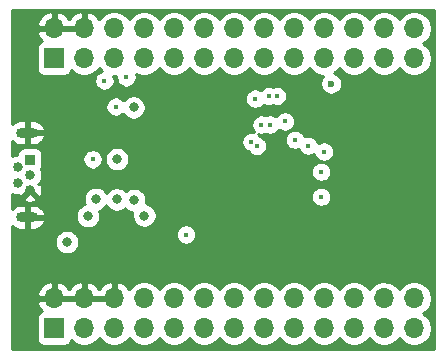
<source format=gbr>
%TF.GenerationSoftware,KiCad,Pcbnew,(5.1.8-0-10_14)*%
%TF.CreationDate,2020-11-28T23:42:33+01:00*%
%TF.ProjectId,FT2232Breakout,46543232-3332-4427-9265-616b6f75742e,rev?*%
%TF.SameCoordinates,Original*%
%TF.FileFunction,Copper,L2,Inr*%
%TF.FilePolarity,Positive*%
%FSLAX46Y46*%
G04 Gerber Fmt 4.6, Leading zero omitted, Abs format (unit mm)*
G04 Created by KiCad (PCBNEW (5.1.8-0-10_14)) date 2020-11-28 23:42:33*
%MOMM*%
%LPD*%
G01*
G04 APERTURE LIST*
%TA.AperFunction,ComponentPad*%
%ADD10O,1.700000X1.700000*%
%TD*%
%TA.AperFunction,ComponentPad*%
%ADD11R,1.700000X1.700000*%
%TD*%
%TA.AperFunction,ComponentPad*%
%ADD12O,1.850000X0.850000*%
%TD*%
%TA.AperFunction,ComponentPad*%
%ADD13C,0.840000*%
%TD*%
%TA.AperFunction,ComponentPad*%
%ADD14R,0.840000X0.840000*%
%TD*%
%TA.AperFunction,ViaPad*%
%ADD15C,0.600000*%
%TD*%
%TA.AperFunction,ViaPad*%
%ADD16C,0.800000*%
%TD*%
%TA.AperFunction,ViaPad*%
%ADD17C,0.450000*%
%TD*%
%TA.AperFunction,Conductor*%
%ADD18C,0.254000*%
%TD*%
%TA.AperFunction,Conductor*%
%ADD19C,0.100000*%
%TD*%
G04 APERTURE END LIST*
D10*
%TO.N,/AC7*%
%TO.C,J103*%
X139700000Y-99060000D03*
%TO.N,/SUSPEND#*%
X139700000Y-101600000D03*
%TO.N,/AC5*%
X137160000Y-99060000D03*
%TO.N,/AC6*%
X137160000Y-101600000D03*
%TO.N,/AC4*%
X134620000Y-99060000D03*
%TO.N,/VIO*%
X134620000Y-101600000D03*
%TO.N,/AC2*%
X132080000Y-99060000D03*
%TO.N,/AC3*%
X132080000Y-101600000D03*
%TO.N,/AC0*%
X129540000Y-99060000D03*
%TO.N,/AC1*%
X129540000Y-101600000D03*
%TO.N,/AD6*%
X127000000Y-99060000D03*
%TO.N,/AD7*%
X127000000Y-101600000D03*
%TO.N,/AD4*%
X124460000Y-99060000D03*
%TO.N,/AD5*%
X124460000Y-101600000D03*
%TO.N,/AD3*%
X121920000Y-99060000D03*
%TO.N,/VIO*%
X121920000Y-101600000D03*
%TO.N,/AD1*%
X119380000Y-99060000D03*
%TO.N,/AD2*%
X119380000Y-101600000D03*
%TO.N,/RESET#*%
X116840000Y-99060000D03*
%TO.N,/AD0*%
X116840000Y-101600000D03*
%TO.N,GND*%
X114300000Y-99060000D03*
%TO.N,+3V3*%
X114300000Y-101600000D03*
%TO.N,GND*%
X111760000Y-99060000D03*
%TO.N,+3V3*%
X111760000Y-101600000D03*
%TO.N,GND*%
X109220000Y-99060000D03*
D11*
%TO.N,+3V3*%
X109220000Y-101600000D03*
%TD*%
D10*
%TO.N,/BD0*%
%TO.C,J102*%
X139700000Y-76200000D03*
%TO.N,/BD1*%
X139700000Y-78740000D03*
%TO.N,/BD2*%
X137160000Y-76200000D03*
%TO.N,/BD3*%
X137160000Y-78740000D03*
%TO.N,/VIO*%
X134620000Y-76200000D03*
%TO.N,/BD4*%
X134620000Y-78740000D03*
%TO.N,/BD5*%
X132080000Y-76200000D03*
%TO.N,/BD6*%
X132080000Y-78740000D03*
%TO.N,/BD7*%
X129540000Y-76200000D03*
%TO.N,/BC0*%
X129540000Y-78740000D03*
%TO.N,/BC1*%
X127000000Y-76200000D03*
%TO.N,/BC2*%
X127000000Y-78740000D03*
%TO.N,/BC3*%
X124460000Y-76200000D03*
%TO.N,/BC4*%
X124460000Y-78740000D03*
%TO.N,/VIO*%
X121920000Y-76200000D03*
%TO.N,/BC5*%
X121920000Y-78740000D03*
%TO.N,/BC6*%
X119380000Y-76200000D03*
%TO.N,/BC7*%
X119380000Y-78740000D03*
%TO.N,/PWREN#*%
X116840000Y-76200000D03*
%TO.N,/DATA*%
X116840000Y-78740000D03*
%TO.N,/CLK*%
X114300000Y-76200000D03*
%TO.N,/CS*%
X114300000Y-78740000D03*
%TO.N,GND*%
X111760000Y-76200000D03*
%TO.N,+3V3*%
X111760000Y-78740000D03*
%TO.N,GND*%
X109220000Y-76200000D03*
D11*
%TO.N,+5V*%
X109220000Y-78740000D03*
%TD*%
D12*
%TO.N,GND*%
%TO.C,J101*%
X106940000Y-92175000D03*
X106940000Y-85025000D03*
D13*
X107160000Y-89900000D03*
%TO.N,N/C*%
X106160000Y-89250000D03*
%TO.N,/USB_D+*%
X107160000Y-88600000D03*
%TO.N,/USB_D-*%
X106160000Y-87950000D03*
D14*
%TO.N,/VBUS*%
X107160000Y-87300000D03*
%TD*%
D15*
%TO.N,GND*%
X108690000Y-87390000D03*
D16*
X117320000Y-87160000D03*
X116290000Y-87200000D03*
D17*
X122220000Y-87110000D03*
X119480000Y-87470000D03*
D15*
X119510000Y-81480000D03*
X123650000Y-83110000D03*
D16*
X106110000Y-81450000D03*
D15*
X120320000Y-92250000D03*
X118120000Y-89440000D03*
D16*
X117900000Y-86420000D03*
X117900000Y-85090000D03*
X117290000Y-82510000D03*
X110380000Y-90320000D03*
D17*
X121880000Y-90120000D03*
X121900000Y-89600000D03*
X122120000Y-91110000D03*
X122160000Y-92147000D03*
X123190000Y-84740000D03*
X122760000Y-84350000D03*
X133260000Y-82110000D03*
D15*
X135380000Y-82030000D03*
X113230000Y-82874999D03*
D17*
X133620000Y-85640000D03*
X133470000Y-91600000D03*
X129280000Y-93400000D03*
X131571280Y-84639470D03*
D16*
X106500000Y-94400000D03*
X106000000Y-103000000D03*
X106000000Y-75000000D03*
X141000000Y-75000000D03*
X141000000Y-103000000D03*
X141000000Y-95000000D03*
X141000000Y-90000000D03*
X141000000Y-92000000D03*
X129000000Y-88000000D03*
X128000000Y-91000000D03*
X119300000Y-94400000D03*
X119900000Y-97400000D03*
X137400000Y-97400000D03*
X136500000Y-91000000D03*
X126200000Y-87800000D03*
%TO.N,+3V3*%
X114540000Y-87270000D03*
X112080000Y-92090000D03*
X116850000Y-92050000D03*
X115940000Y-82880000D03*
X114530000Y-90670000D03*
X112740000Y-90640000D03*
X116000000Y-90740000D03*
D15*
X132670000Y-80870000D03*
D16*
X110300000Y-94300000D03*
D17*
%TO.N,+5V*%
X112470000Y-87290000D03*
X120360000Y-93650000D03*
%TO.N,/VIO*%
X131830000Y-90450000D03*
X131830000Y-88330000D03*
%TO.N,/BD6*%
X132080000Y-86630000D03*
%TO.N,/BD7*%
X130730000Y-86130000D03*
%TO.N,/BC0*%
X129600000Y-85620000D03*
%TO.N,/BC5*%
X128770000Y-84080000D03*
%TO.N,/BC6*%
X128072710Y-81922330D03*
%TO.N,/BC7*%
X127410420Y-81934620D03*
%TO.N,/PWREN#*%
X127510000Y-84340000D03*
%TO.N,/DATA*%
X126770000Y-84340000D03*
X114420000Y-82820000D03*
%TO.N,/CLK*%
X126390000Y-86140000D03*
X126242629Y-82147371D03*
X115331297Y-80347295D03*
%TO.N,/CS*%
X125920000Y-85790000D03*
X113470000Y-80620000D03*
%TD*%
D18*
%TO.N,GND*%
X141340001Y-103340000D02*
X105660000Y-103340000D01*
X105660000Y-100750000D01*
X107731928Y-100750000D01*
X107731928Y-102450000D01*
X107744188Y-102574482D01*
X107780498Y-102694180D01*
X107839463Y-102804494D01*
X107918815Y-102901185D01*
X108015506Y-102980537D01*
X108125820Y-103039502D01*
X108245518Y-103075812D01*
X108370000Y-103088072D01*
X110070000Y-103088072D01*
X110194482Y-103075812D01*
X110314180Y-103039502D01*
X110424494Y-102980537D01*
X110521185Y-102901185D01*
X110600537Y-102804494D01*
X110659502Y-102694180D01*
X110681513Y-102621620D01*
X110813368Y-102753475D01*
X111056589Y-102915990D01*
X111326842Y-103027932D01*
X111613740Y-103085000D01*
X111906260Y-103085000D01*
X112193158Y-103027932D01*
X112463411Y-102915990D01*
X112706632Y-102753475D01*
X112913475Y-102546632D01*
X113030000Y-102372240D01*
X113146525Y-102546632D01*
X113353368Y-102753475D01*
X113596589Y-102915990D01*
X113866842Y-103027932D01*
X114153740Y-103085000D01*
X114446260Y-103085000D01*
X114733158Y-103027932D01*
X115003411Y-102915990D01*
X115246632Y-102753475D01*
X115453475Y-102546632D01*
X115570000Y-102372240D01*
X115686525Y-102546632D01*
X115893368Y-102753475D01*
X116136589Y-102915990D01*
X116406842Y-103027932D01*
X116693740Y-103085000D01*
X116986260Y-103085000D01*
X117273158Y-103027932D01*
X117543411Y-102915990D01*
X117786632Y-102753475D01*
X117993475Y-102546632D01*
X118110000Y-102372240D01*
X118226525Y-102546632D01*
X118433368Y-102753475D01*
X118676589Y-102915990D01*
X118946842Y-103027932D01*
X119233740Y-103085000D01*
X119526260Y-103085000D01*
X119813158Y-103027932D01*
X120083411Y-102915990D01*
X120326632Y-102753475D01*
X120533475Y-102546632D01*
X120650000Y-102372240D01*
X120766525Y-102546632D01*
X120973368Y-102753475D01*
X121216589Y-102915990D01*
X121486842Y-103027932D01*
X121773740Y-103085000D01*
X122066260Y-103085000D01*
X122353158Y-103027932D01*
X122623411Y-102915990D01*
X122866632Y-102753475D01*
X123073475Y-102546632D01*
X123190000Y-102372240D01*
X123306525Y-102546632D01*
X123513368Y-102753475D01*
X123756589Y-102915990D01*
X124026842Y-103027932D01*
X124313740Y-103085000D01*
X124606260Y-103085000D01*
X124893158Y-103027932D01*
X125163411Y-102915990D01*
X125406632Y-102753475D01*
X125613475Y-102546632D01*
X125730000Y-102372240D01*
X125846525Y-102546632D01*
X126053368Y-102753475D01*
X126296589Y-102915990D01*
X126566842Y-103027932D01*
X126853740Y-103085000D01*
X127146260Y-103085000D01*
X127433158Y-103027932D01*
X127703411Y-102915990D01*
X127946632Y-102753475D01*
X128153475Y-102546632D01*
X128270000Y-102372240D01*
X128386525Y-102546632D01*
X128593368Y-102753475D01*
X128836589Y-102915990D01*
X129106842Y-103027932D01*
X129393740Y-103085000D01*
X129686260Y-103085000D01*
X129973158Y-103027932D01*
X130243411Y-102915990D01*
X130486632Y-102753475D01*
X130693475Y-102546632D01*
X130810000Y-102372240D01*
X130926525Y-102546632D01*
X131133368Y-102753475D01*
X131376589Y-102915990D01*
X131646842Y-103027932D01*
X131933740Y-103085000D01*
X132226260Y-103085000D01*
X132513158Y-103027932D01*
X132783411Y-102915990D01*
X133026632Y-102753475D01*
X133233475Y-102546632D01*
X133350000Y-102372240D01*
X133466525Y-102546632D01*
X133673368Y-102753475D01*
X133916589Y-102915990D01*
X134186842Y-103027932D01*
X134473740Y-103085000D01*
X134766260Y-103085000D01*
X135053158Y-103027932D01*
X135323411Y-102915990D01*
X135566632Y-102753475D01*
X135773475Y-102546632D01*
X135890000Y-102372240D01*
X136006525Y-102546632D01*
X136213368Y-102753475D01*
X136456589Y-102915990D01*
X136726842Y-103027932D01*
X137013740Y-103085000D01*
X137306260Y-103085000D01*
X137593158Y-103027932D01*
X137863411Y-102915990D01*
X138106632Y-102753475D01*
X138313475Y-102546632D01*
X138430000Y-102372240D01*
X138546525Y-102546632D01*
X138753368Y-102753475D01*
X138996589Y-102915990D01*
X139266842Y-103027932D01*
X139553740Y-103085000D01*
X139846260Y-103085000D01*
X140133158Y-103027932D01*
X140403411Y-102915990D01*
X140646632Y-102753475D01*
X140853475Y-102546632D01*
X141015990Y-102303411D01*
X141127932Y-102033158D01*
X141185000Y-101746260D01*
X141185000Y-101453740D01*
X141127932Y-101166842D01*
X141015990Y-100896589D01*
X140853475Y-100653368D01*
X140646632Y-100446525D01*
X140472240Y-100330000D01*
X140646632Y-100213475D01*
X140853475Y-100006632D01*
X141015990Y-99763411D01*
X141127932Y-99493158D01*
X141185000Y-99206260D01*
X141185000Y-98913740D01*
X141127932Y-98626842D01*
X141015990Y-98356589D01*
X140853475Y-98113368D01*
X140646632Y-97906525D01*
X140403411Y-97744010D01*
X140133158Y-97632068D01*
X139846260Y-97575000D01*
X139553740Y-97575000D01*
X139266842Y-97632068D01*
X138996589Y-97744010D01*
X138753368Y-97906525D01*
X138546525Y-98113368D01*
X138430000Y-98287760D01*
X138313475Y-98113368D01*
X138106632Y-97906525D01*
X137863411Y-97744010D01*
X137593158Y-97632068D01*
X137306260Y-97575000D01*
X137013740Y-97575000D01*
X136726842Y-97632068D01*
X136456589Y-97744010D01*
X136213368Y-97906525D01*
X136006525Y-98113368D01*
X135890000Y-98287760D01*
X135773475Y-98113368D01*
X135566632Y-97906525D01*
X135323411Y-97744010D01*
X135053158Y-97632068D01*
X134766260Y-97575000D01*
X134473740Y-97575000D01*
X134186842Y-97632068D01*
X133916589Y-97744010D01*
X133673368Y-97906525D01*
X133466525Y-98113368D01*
X133350000Y-98287760D01*
X133233475Y-98113368D01*
X133026632Y-97906525D01*
X132783411Y-97744010D01*
X132513158Y-97632068D01*
X132226260Y-97575000D01*
X131933740Y-97575000D01*
X131646842Y-97632068D01*
X131376589Y-97744010D01*
X131133368Y-97906525D01*
X130926525Y-98113368D01*
X130810000Y-98287760D01*
X130693475Y-98113368D01*
X130486632Y-97906525D01*
X130243411Y-97744010D01*
X129973158Y-97632068D01*
X129686260Y-97575000D01*
X129393740Y-97575000D01*
X129106842Y-97632068D01*
X128836589Y-97744010D01*
X128593368Y-97906525D01*
X128386525Y-98113368D01*
X128270000Y-98287760D01*
X128153475Y-98113368D01*
X127946632Y-97906525D01*
X127703411Y-97744010D01*
X127433158Y-97632068D01*
X127146260Y-97575000D01*
X126853740Y-97575000D01*
X126566842Y-97632068D01*
X126296589Y-97744010D01*
X126053368Y-97906525D01*
X125846525Y-98113368D01*
X125730000Y-98287760D01*
X125613475Y-98113368D01*
X125406632Y-97906525D01*
X125163411Y-97744010D01*
X124893158Y-97632068D01*
X124606260Y-97575000D01*
X124313740Y-97575000D01*
X124026842Y-97632068D01*
X123756589Y-97744010D01*
X123513368Y-97906525D01*
X123306525Y-98113368D01*
X123190000Y-98287760D01*
X123073475Y-98113368D01*
X122866632Y-97906525D01*
X122623411Y-97744010D01*
X122353158Y-97632068D01*
X122066260Y-97575000D01*
X121773740Y-97575000D01*
X121486842Y-97632068D01*
X121216589Y-97744010D01*
X120973368Y-97906525D01*
X120766525Y-98113368D01*
X120650000Y-98287760D01*
X120533475Y-98113368D01*
X120326632Y-97906525D01*
X120083411Y-97744010D01*
X119813158Y-97632068D01*
X119526260Y-97575000D01*
X119233740Y-97575000D01*
X118946842Y-97632068D01*
X118676589Y-97744010D01*
X118433368Y-97906525D01*
X118226525Y-98113368D01*
X118110000Y-98287760D01*
X117993475Y-98113368D01*
X117786632Y-97906525D01*
X117543411Y-97744010D01*
X117273158Y-97632068D01*
X116986260Y-97575000D01*
X116693740Y-97575000D01*
X116406842Y-97632068D01*
X116136589Y-97744010D01*
X115893368Y-97906525D01*
X115686525Y-98113368D01*
X115564805Y-98295534D01*
X115495178Y-98178645D01*
X115300269Y-97962412D01*
X115066920Y-97788359D01*
X114804099Y-97663175D01*
X114656890Y-97618524D01*
X114427000Y-97739845D01*
X114427000Y-98933000D01*
X114447000Y-98933000D01*
X114447000Y-99187000D01*
X114427000Y-99187000D01*
X114427000Y-99207000D01*
X114173000Y-99207000D01*
X114173000Y-99187000D01*
X111887000Y-99187000D01*
X111887000Y-99207000D01*
X111633000Y-99207000D01*
X111633000Y-99187000D01*
X109347000Y-99187000D01*
X109347000Y-99207000D01*
X109093000Y-99207000D01*
X109093000Y-99187000D01*
X107899186Y-99187000D01*
X107778519Y-99416891D01*
X107875843Y-99691252D01*
X108024822Y-99941355D01*
X108201626Y-100137502D01*
X108125820Y-100160498D01*
X108015506Y-100219463D01*
X107918815Y-100298815D01*
X107839463Y-100395506D01*
X107780498Y-100505820D01*
X107744188Y-100625518D01*
X107731928Y-100750000D01*
X105660000Y-100750000D01*
X105660000Y-98703109D01*
X107778519Y-98703109D01*
X107899186Y-98933000D01*
X109093000Y-98933000D01*
X109093000Y-97739845D01*
X109347000Y-97739845D01*
X109347000Y-98933000D01*
X111633000Y-98933000D01*
X111633000Y-97739845D01*
X111887000Y-97739845D01*
X111887000Y-98933000D01*
X114173000Y-98933000D01*
X114173000Y-97739845D01*
X113943110Y-97618524D01*
X113795901Y-97663175D01*
X113533080Y-97788359D01*
X113299731Y-97962412D01*
X113104822Y-98178645D01*
X113030000Y-98304255D01*
X112955178Y-98178645D01*
X112760269Y-97962412D01*
X112526920Y-97788359D01*
X112264099Y-97663175D01*
X112116890Y-97618524D01*
X111887000Y-97739845D01*
X111633000Y-97739845D01*
X111403110Y-97618524D01*
X111255901Y-97663175D01*
X110993080Y-97788359D01*
X110759731Y-97962412D01*
X110564822Y-98178645D01*
X110490000Y-98304255D01*
X110415178Y-98178645D01*
X110220269Y-97962412D01*
X109986920Y-97788359D01*
X109724099Y-97663175D01*
X109576890Y-97618524D01*
X109347000Y-97739845D01*
X109093000Y-97739845D01*
X108863110Y-97618524D01*
X108715901Y-97663175D01*
X108453080Y-97788359D01*
X108219731Y-97962412D01*
X108024822Y-98178645D01*
X107875843Y-98428748D01*
X107778519Y-98703109D01*
X105660000Y-98703109D01*
X105660000Y-94198061D01*
X109265000Y-94198061D01*
X109265000Y-94401939D01*
X109304774Y-94601898D01*
X109382795Y-94790256D01*
X109496063Y-94959774D01*
X109640226Y-95103937D01*
X109809744Y-95217205D01*
X109998102Y-95295226D01*
X110198061Y-95335000D01*
X110401939Y-95335000D01*
X110601898Y-95295226D01*
X110790256Y-95217205D01*
X110959774Y-95103937D01*
X111103937Y-94959774D01*
X111217205Y-94790256D01*
X111295226Y-94601898D01*
X111335000Y-94401939D01*
X111335000Y-94198061D01*
X111295226Y-93998102D01*
X111217205Y-93809744D01*
X111103937Y-93640226D01*
X111029008Y-93565297D01*
X119500000Y-93565297D01*
X119500000Y-93734703D01*
X119533049Y-93900853D01*
X119597878Y-94057363D01*
X119691995Y-94198218D01*
X119811782Y-94318005D01*
X119952637Y-94412122D01*
X120109147Y-94476951D01*
X120275297Y-94510000D01*
X120444703Y-94510000D01*
X120610853Y-94476951D01*
X120767363Y-94412122D01*
X120908218Y-94318005D01*
X121028005Y-94198218D01*
X121122122Y-94057363D01*
X121186951Y-93900853D01*
X121220000Y-93734703D01*
X121220000Y-93565297D01*
X121186951Y-93399147D01*
X121122122Y-93242637D01*
X121028005Y-93101782D01*
X120908218Y-92981995D01*
X120767363Y-92887878D01*
X120610853Y-92823049D01*
X120444703Y-92790000D01*
X120275297Y-92790000D01*
X120109147Y-92823049D01*
X119952637Y-92887878D01*
X119811782Y-92981995D01*
X119691995Y-93101782D01*
X119597878Y-93242637D01*
X119533049Y-93399147D01*
X119500000Y-93565297D01*
X111029008Y-93565297D01*
X110959774Y-93496063D01*
X110790256Y-93382795D01*
X110601898Y-93304774D01*
X110401939Y-93265000D01*
X110198061Y-93265000D01*
X109998102Y-93304774D01*
X109809744Y-93382795D01*
X109640226Y-93496063D01*
X109496063Y-93640226D01*
X109382795Y-93809744D01*
X109304774Y-93998102D01*
X109265000Y-94198061D01*
X105660000Y-94198061D01*
X105660000Y-92896621D01*
X105745499Y-92985801D01*
X105917023Y-93105712D01*
X106108645Y-93189856D01*
X106313000Y-93235000D01*
X106813000Y-93235000D01*
X106813000Y-92302000D01*
X107067000Y-92302000D01*
X107067000Y-93235000D01*
X107567000Y-93235000D01*
X107771355Y-93189856D01*
X107962977Y-93105712D01*
X108134501Y-92985801D01*
X108279336Y-92834731D01*
X108391916Y-92658308D01*
X108459540Y-92465062D01*
X108332257Y-92302000D01*
X107067000Y-92302000D01*
X106813000Y-92302000D01*
X106793000Y-92302000D01*
X106793000Y-92048000D01*
X106813000Y-92048000D01*
X106813000Y-91115000D01*
X107067000Y-91115000D01*
X107067000Y-92048000D01*
X108332257Y-92048000D01*
X108379044Y-91988061D01*
X111045000Y-91988061D01*
X111045000Y-92191939D01*
X111084774Y-92391898D01*
X111162795Y-92580256D01*
X111276063Y-92749774D01*
X111420226Y-92893937D01*
X111589744Y-93007205D01*
X111778102Y-93085226D01*
X111978061Y-93125000D01*
X112181939Y-93125000D01*
X112381898Y-93085226D01*
X112570256Y-93007205D01*
X112739774Y-92893937D01*
X112883937Y-92749774D01*
X112997205Y-92580256D01*
X113075226Y-92391898D01*
X113115000Y-92191939D01*
X113115000Y-91988061D01*
X113075226Y-91788102D01*
X113014186Y-91640738D01*
X113041898Y-91635226D01*
X113230256Y-91557205D01*
X113399774Y-91443937D01*
X113543937Y-91299774D01*
X113624977Y-91178488D01*
X113726063Y-91329774D01*
X113870226Y-91473937D01*
X114039744Y-91587205D01*
X114228102Y-91665226D01*
X114428061Y-91705000D01*
X114631939Y-91705000D01*
X114831898Y-91665226D01*
X115020256Y-91587205D01*
X115189774Y-91473937D01*
X115230000Y-91433711D01*
X115340226Y-91543937D01*
X115509744Y-91657205D01*
X115698102Y-91735226D01*
X115851275Y-91765694D01*
X115815000Y-91948061D01*
X115815000Y-92151939D01*
X115854774Y-92351898D01*
X115932795Y-92540256D01*
X116046063Y-92709774D01*
X116190226Y-92853937D01*
X116359744Y-92967205D01*
X116548102Y-93045226D01*
X116748061Y-93085000D01*
X116951939Y-93085000D01*
X117151898Y-93045226D01*
X117340256Y-92967205D01*
X117509774Y-92853937D01*
X117653937Y-92709774D01*
X117767205Y-92540256D01*
X117845226Y-92351898D01*
X117885000Y-92151939D01*
X117885000Y-91948061D01*
X117845226Y-91748102D01*
X117767205Y-91559744D01*
X117653937Y-91390226D01*
X117509774Y-91246063D01*
X117340256Y-91132795D01*
X117151898Y-91054774D01*
X116998725Y-91024306D01*
X117035000Y-90841939D01*
X117035000Y-90638061D01*
X116995226Y-90438102D01*
X116965069Y-90365297D01*
X130970000Y-90365297D01*
X130970000Y-90534703D01*
X131003049Y-90700853D01*
X131067878Y-90857363D01*
X131161995Y-90998218D01*
X131281782Y-91118005D01*
X131422637Y-91212122D01*
X131579147Y-91276951D01*
X131745297Y-91310000D01*
X131914703Y-91310000D01*
X132080853Y-91276951D01*
X132237363Y-91212122D01*
X132378218Y-91118005D01*
X132498005Y-90998218D01*
X132592122Y-90857363D01*
X132656951Y-90700853D01*
X132690000Y-90534703D01*
X132690000Y-90365297D01*
X132656951Y-90199147D01*
X132592122Y-90042637D01*
X132498005Y-89901782D01*
X132378218Y-89781995D01*
X132237363Y-89687878D01*
X132080853Y-89623049D01*
X131914703Y-89590000D01*
X131745297Y-89590000D01*
X131579147Y-89623049D01*
X131422637Y-89687878D01*
X131281782Y-89781995D01*
X131161995Y-89901782D01*
X131067878Y-90042637D01*
X131003049Y-90199147D01*
X130970000Y-90365297D01*
X116965069Y-90365297D01*
X116917205Y-90249744D01*
X116803937Y-90080226D01*
X116659774Y-89936063D01*
X116490256Y-89822795D01*
X116301898Y-89744774D01*
X116101939Y-89705000D01*
X115898061Y-89705000D01*
X115698102Y-89744774D01*
X115509744Y-89822795D01*
X115340226Y-89936063D01*
X115300000Y-89976289D01*
X115189774Y-89866063D01*
X115020256Y-89752795D01*
X114831898Y-89674774D01*
X114631939Y-89635000D01*
X114428061Y-89635000D01*
X114228102Y-89674774D01*
X114039744Y-89752795D01*
X113870226Y-89866063D01*
X113726063Y-90010226D01*
X113645023Y-90131512D01*
X113543937Y-89980226D01*
X113399774Y-89836063D01*
X113230256Y-89722795D01*
X113041898Y-89644774D01*
X112841939Y-89605000D01*
X112638061Y-89605000D01*
X112438102Y-89644774D01*
X112249744Y-89722795D01*
X112080226Y-89836063D01*
X111936063Y-89980226D01*
X111822795Y-90149744D01*
X111744774Y-90338102D01*
X111705000Y-90538061D01*
X111705000Y-90741939D01*
X111744774Y-90941898D01*
X111805814Y-91089262D01*
X111778102Y-91094774D01*
X111589744Y-91172795D01*
X111420226Y-91286063D01*
X111276063Y-91430226D01*
X111162795Y-91599744D01*
X111084774Y-91788102D01*
X111045000Y-91988061D01*
X108379044Y-91988061D01*
X108459540Y-91884938D01*
X108391916Y-91691692D01*
X108279336Y-91515269D01*
X108134501Y-91364199D01*
X107962977Y-91244288D01*
X107771355Y-91160144D01*
X107567000Y-91115000D01*
X107067000Y-91115000D01*
X106813000Y-91115000D01*
X106313000Y-91115000D01*
X106108645Y-91160144D01*
X105917023Y-91244288D01*
X105745499Y-91364199D01*
X105660000Y-91453379D01*
X105660000Y-90620798D01*
X106618807Y-90620798D01*
X106644119Y-90826115D01*
X106834708Y-90908963D01*
X107037796Y-90953038D01*
X107245582Y-90956645D01*
X107450079Y-90919646D01*
X107643428Y-90843462D01*
X107675881Y-90826115D01*
X107701193Y-90620798D01*
X107160000Y-90079605D01*
X106618807Y-90620798D01*
X105660000Y-90620798D01*
X105660000Y-90184749D01*
X105660270Y-90184929D01*
X105852268Y-90264457D01*
X106056092Y-90305000D01*
X106185636Y-90305000D01*
X106216538Y-90383428D01*
X106233885Y-90415881D01*
X106439202Y-90441193D01*
X106767427Y-90112968D01*
X106832523Y-90069472D01*
X106979472Y-89922523D01*
X107079925Y-89772185D01*
X107145858Y-89706253D01*
X107160000Y-89720395D01*
X107174143Y-89706253D01*
X107353748Y-89885858D01*
X107339605Y-89900000D01*
X107880798Y-90441193D01*
X108086115Y-90415881D01*
X108168963Y-90225292D01*
X108213038Y-90022204D01*
X108216645Y-89814418D01*
X108179646Y-89609921D01*
X108103462Y-89416572D01*
X108086115Y-89384119D01*
X107891828Y-89360167D01*
X107979472Y-89272523D01*
X108094929Y-89099730D01*
X108174457Y-88907732D01*
X108215000Y-88703908D01*
X108215000Y-88496092D01*
X108174457Y-88292268D01*
X108094929Y-88100270D01*
X108092440Y-88096545D01*
X108110537Y-88074494D01*
X108169502Y-87964180D01*
X108205812Y-87844482D01*
X108218072Y-87720000D01*
X108218072Y-87205297D01*
X111610000Y-87205297D01*
X111610000Y-87374703D01*
X111643049Y-87540853D01*
X111707878Y-87697363D01*
X111801995Y-87838218D01*
X111921782Y-87958005D01*
X112062637Y-88052122D01*
X112219147Y-88116951D01*
X112385297Y-88150000D01*
X112554703Y-88150000D01*
X112720853Y-88116951D01*
X112877363Y-88052122D01*
X113018218Y-87958005D01*
X113138005Y-87838218D01*
X113232122Y-87697363D01*
X113296951Y-87540853D01*
X113330000Y-87374703D01*
X113330000Y-87205297D01*
X113322594Y-87168061D01*
X113505000Y-87168061D01*
X113505000Y-87371939D01*
X113544774Y-87571898D01*
X113622795Y-87760256D01*
X113736063Y-87929774D01*
X113880226Y-88073937D01*
X114049744Y-88187205D01*
X114238102Y-88265226D01*
X114438061Y-88305000D01*
X114641939Y-88305000D01*
X114841898Y-88265226D01*
X115030256Y-88187205D01*
X115199774Y-88073937D01*
X115343937Y-87929774D01*
X115457205Y-87760256D01*
X115535226Y-87571898D01*
X115575000Y-87371939D01*
X115575000Y-87168061D01*
X115535226Y-86968102D01*
X115457205Y-86779744D01*
X115343937Y-86610226D01*
X115199774Y-86466063D01*
X115030256Y-86352795D01*
X114841898Y-86274774D01*
X114641939Y-86235000D01*
X114438061Y-86235000D01*
X114238102Y-86274774D01*
X114049744Y-86352795D01*
X113880226Y-86466063D01*
X113736063Y-86610226D01*
X113622795Y-86779744D01*
X113544774Y-86968102D01*
X113505000Y-87168061D01*
X113322594Y-87168061D01*
X113296951Y-87039147D01*
X113232122Y-86882637D01*
X113138005Y-86741782D01*
X113018218Y-86621995D01*
X112877363Y-86527878D01*
X112720853Y-86463049D01*
X112554703Y-86430000D01*
X112385297Y-86430000D01*
X112219147Y-86463049D01*
X112062637Y-86527878D01*
X111921782Y-86621995D01*
X111801995Y-86741782D01*
X111707878Y-86882637D01*
X111643049Y-87039147D01*
X111610000Y-87205297D01*
X108218072Y-87205297D01*
X108218072Y-86880000D01*
X108205812Y-86755518D01*
X108169502Y-86635820D01*
X108110537Y-86525506D01*
X108031185Y-86428815D01*
X107934494Y-86349463D01*
X107824180Y-86290498D01*
X107704482Y-86254188D01*
X107580000Y-86241928D01*
X106740000Y-86241928D01*
X106615518Y-86254188D01*
X106495820Y-86290498D01*
X106385506Y-86349463D01*
X106288815Y-86428815D01*
X106209463Y-86525506D01*
X106150498Y-86635820D01*
X106114188Y-86755518D01*
X106101928Y-86880000D01*
X106101928Y-86895000D01*
X106056092Y-86895000D01*
X105852268Y-86935543D01*
X105660270Y-87015071D01*
X105660000Y-87015251D01*
X105660000Y-85746621D01*
X105745499Y-85835801D01*
X105917023Y-85955712D01*
X106108645Y-86039856D01*
X106313000Y-86085000D01*
X106813000Y-86085000D01*
X106813000Y-85152000D01*
X107067000Y-85152000D01*
X107067000Y-86085000D01*
X107567000Y-86085000D01*
X107771355Y-86039856D01*
X107962977Y-85955712D01*
X108134501Y-85835801D01*
X108259618Y-85705297D01*
X125060000Y-85705297D01*
X125060000Y-85874703D01*
X125093049Y-86040853D01*
X125157878Y-86197363D01*
X125251995Y-86338218D01*
X125371782Y-86458005D01*
X125512637Y-86552122D01*
X125669147Y-86616951D01*
X125675177Y-86618150D01*
X125721995Y-86688218D01*
X125841782Y-86808005D01*
X125982637Y-86902122D01*
X126139147Y-86966951D01*
X126305297Y-87000000D01*
X126474703Y-87000000D01*
X126640853Y-86966951D01*
X126797363Y-86902122D01*
X126938218Y-86808005D01*
X127058005Y-86688218D01*
X127152122Y-86547363D01*
X127216951Y-86390853D01*
X127250000Y-86224703D01*
X127250000Y-86055297D01*
X127216951Y-85889147D01*
X127152122Y-85732637D01*
X127058005Y-85591782D01*
X127001520Y-85535297D01*
X128740000Y-85535297D01*
X128740000Y-85704703D01*
X128773049Y-85870853D01*
X128837878Y-86027363D01*
X128931995Y-86168218D01*
X129051782Y-86288005D01*
X129192637Y-86382122D01*
X129349147Y-86446951D01*
X129515297Y-86480000D01*
X129684703Y-86480000D01*
X129850853Y-86446951D01*
X129918774Y-86418817D01*
X129967878Y-86537363D01*
X130061995Y-86678218D01*
X130181782Y-86798005D01*
X130322637Y-86892122D01*
X130479147Y-86956951D01*
X130645297Y-86990000D01*
X130814703Y-86990000D01*
X130980853Y-86956951D01*
X131137363Y-86892122D01*
X131241456Y-86822569D01*
X131253049Y-86880853D01*
X131317878Y-87037363D01*
X131411995Y-87178218D01*
X131531782Y-87298005D01*
X131672637Y-87392122D01*
X131829147Y-87456951D01*
X131894749Y-87470000D01*
X131745297Y-87470000D01*
X131579147Y-87503049D01*
X131422637Y-87567878D01*
X131281782Y-87661995D01*
X131161995Y-87781782D01*
X131067878Y-87922637D01*
X131003049Y-88079147D01*
X130970000Y-88245297D01*
X130970000Y-88414703D01*
X131003049Y-88580853D01*
X131067878Y-88737363D01*
X131161995Y-88878218D01*
X131281782Y-88998005D01*
X131422637Y-89092122D01*
X131579147Y-89156951D01*
X131745297Y-89190000D01*
X131914703Y-89190000D01*
X132080853Y-89156951D01*
X132237363Y-89092122D01*
X132378218Y-88998005D01*
X132498005Y-88878218D01*
X132592122Y-88737363D01*
X132656951Y-88580853D01*
X132690000Y-88414703D01*
X132690000Y-88245297D01*
X132656951Y-88079147D01*
X132592122Y-87922637D01*
X132498005Y-87781782D01*
X132378218Y-87661995D01*
X132237363Y-87567878D01*
X132080853Y-87503049D01*
X132015251Y-87490000D01*
X132164703Y-87490000D01*
X132330853Y-87456951D01*
X132487363Y-87392122D01*
X132628218Y-87298005D01*
X132748005Y-87178218D01*
X132842122Y-87037363D01*
X132906951Y-86880853D01*
X132940000Y-86714703D01*
X132940000Y-86545297D01*
X132906951Y-86379147D01*
X132842122Y-86222637D01*
X132748005Y-86081782D01*
X132628218Y-85961995D01*
X132487363Y-85867878D01*
X132330853Y-85803049D01*
X132164703Y-85770000D01*
X131995297Y-85770000D01*
X131829147Y-85803049D01*
X131672637Y-85867878D01*
X131568544Y-85937431D01*
X131556951Y-85879147D01*
X131492122Y-85722637D01*
X131398005Y-85581782D01*
X131278218Y-85461995D01*
X131137363Y-85367878D01*
X130980853Y-85303049D01*
X130814703Y-85270000D01*
X130645297Y-85270000D01*
X130479147Y-85303049D01*
X130411226Y-85331183D01*
X130362122Y-85212637D01*
X130268005Y-85071782D01*
X130148218Y-84951995D01*
X130007363Y-84857878D01*
X129850853Y-84793049D01*
X129684703Y-84760000D01*
X129515297Y-84760000D01*
X129349147Y-84793049D01*
X129192637Y-84857878D01*
X129051782Y-84951995D01*
X128931995Y-85071782D01*
X128837878Y-85212637D01*
X128773049Y-85369147D01*
X128740000Y-85535297D01*
X127001520Y-85535297D01*
X126938218Y-85471995D01*
X126797363Y-85377878D01*
X126640853Y-85313049D01*
X126634823Y-85311850D01*
X126588005Y-85241782D01*
X126508950Y-85162727D01*
X126519147Y-85166951D01*
X126685297Y-85200000D01*
X126854703Y-85200000D01*
X127020853Y-85166951D01*
X127140000Y-85117598D01*
X127259147Y-85166951D01*
X127425297Y-85200000D01*
X127594703Y-85200000D01*
X127760853Y-85166951D01*
X127917363Y-85102122D01*
X128058218Y-85008005D01*
X128178005Y-84888218D01*
X128256287Y-84771061D01*
X128362637Y-84842122D01*
X128519147Y-84906951D01*
X128685297Y-84940000D01*
X128854703Y-84940000D01*
X129020853Y-84906951D01*
X129177363Y-84842122D01*
X129318218Y-84748005D01*
X129438005Y-84628218D01*
X129532122Y-84487363D01*
X129596951Y-84330853D01*
X129630000Y-84164703D01*
X129630000Y-83995297D01*
X129596951Y-83829147D01*
X129532122Y-83672637D01*
X129438005Y-83531782D01*
X129318218Y-83411995D01*
X129177363Y-83317878D01*
X129020853Y-83253049D01*
X128854703Y-83220000D01*
X128685297Y-83220000D01*
X128519147Y-83253049D01*
X128362637Y-83317878D01*
X128221782Y-83411995D01*
X128101995Y-83531782D01*
X128023713Y-83648939D01*
X127917363Y-83577878D01*
X127760853Y-83513049D01*
X127594703Y-83480000D01*
X127425297Y-83480000D01*
X127259147Y-83513049D01*
X127140000Y-83562402D01*
X127020853Y-83513049D01*
X126854703Y-83480000D01*
X126685297Y-83480000D01*
X126519147Y-83513049D01*
X126362637Y-83577878D01*
X126221782Y-83671995D01*
X126101995Y-83791782D01*
X126007878Y-83932637D01*
X125943049Y-84089147D01*
X125910000Y-84255297D01*
X125910000Y-84424703D01*
X125943049Y-84590853D01*
X126007878Y-84747363D01*
X126101995Y-84888218D01*
X126181050Y-84967273D01*
X126170853Y-84963049D01*
X126004703Y-84930000D01*
X125835297Y-84930000D01*
X125669147Y-84963049D01*
X125512637Y-85027878D01*
X125371782Y-85121995D01*
X125251995Y-85241782D01*
X125157878Y-85382637D01*
X125093049Y-85539147D01*
X125060000Y-85705297D01*
X108259618Y-85705297D01*
X108279336Y-85684731D01*
X108391916Y-85508308D01*
X108459540Y-85315062D01*
X108332257Y-85152000D01*
X107067000Y-85152000D01*
X106813000Y-85152000D01*
X106793000Y-85152000D01*
X106793000Y-84898000D01*
X106813000Y-84898000D01*
X106813000Y-83965000D01*
X107067000Y-83965000D01*
X107067000Y-84898000D01*
X108332257Y-84898000D01*
X108459540Y-84734938D01*
X108391916Y-84541692D01*
X108279336Y-84365269D01*
X108134501Y-84214199D01*
X107962977Y-84094288D01*
X107771355Y-84010144D01*
X107567000Y-83965000D01*
X107067000Y-83965000D01*
X106813000Y-83965000D01*
X106313000Y-83965000D01*
X106108645Y-84010144D01*
X105917023Y-84094288D01*
X105745499Y-84214199D01*
X105660000Y-84303379D01*
X105660000Y-82735297D01*
X113560000Y-82735297D01*
X113560000Y-82904703D01*
X113593049Y-83070853D01*
X113657878Y-83227363D01*
X113751995Y-83368218D01*
X113871782Y-83488005D01*
X114012637Y-83582122D01*
X114169147Y-83646951D01*
X114335297Y-83680000D01*
X114504703Y-83680000D01*
X114670853Y-83646951D01*
X114827363Y-83582122D01*
X114968218Y-83488005D01*
X115048098Y-83408125D01*
X115136063Y-83539774D01*
X115280226Y-83683937D01*
X115449744Y-83797205D01*
X115638102Y-83875226D01*
X115838061Y-83915000D01*
X116041939Y-83915000D01*
X116241898Y-83875226D01*
X116430256Y-83797205D01*
X116599774Y-83683937D01*
X116743937Y-83539774D01*
X116857205Y-83370256D01*
X116935226Y-83181898D01*
X116975000Y-82981939D01*
X116975000Y-82778061D01*
X116935226Y-82578102D01*
X116857205Y-82389744D01*
X116743937Y-82220226D01*
X116599774Y-82076063D01*
X116579727Y-82062668D01*
X125382629Y-82062668D01*
X125382629Y-82232074D01*
X125415678Y-82398224D01*
X125480507Y-82554734D01*
X125574624Y-82695589D01*
X125694411Y-82815376D01*
X125835266Y-82909493D01*
X125991776Y-82974322D01*
X126157926Y-83007371D01*
X126327332Y-83007371D01*
X126493482Y-82974322D01*
X126649992Y-82909493D01*
X126790847Y-82815376D01*
X126910634Y-82695589D01*
X126938629Y-82653692D01*
X127003057Y-82696742D01*
X127159567Y-82761571D01*
X127325717Y-82794620D01*
X127495123Y-82794620D01*
X127661273Y-82761571D01*
X127756400Y-82722168D01*
X127821857Y-82749281D01*
X127988007Y-82782330D01*
X128157413Y-82782330D01*
X128323563Y-82749281D01*
X128480073Y-82684452D01*
X128620928Y-82590335D01*
X128740715Y-82470548D01*
X128834832Y-82329693D01*
X128899661Y-82173183D01*
X128932710Y-82007033D01*
X128932710Y-81837627D01*
X128899661Y-81671477D01*
X128834832Y-81514967D01*
X128740715Y-81374112D01*
X128620928Y-81254325D01*
X128480073Y-81160208D01*
X128323563Y-81095379D01*
X128157413Y-81062330D01*
X127988007Y-81062330D01*
X127821857Y-81095379D01*
X127726730Y-81134782D01*
X127661273Y-81107669D01*
X127495123Y-81074620D01*
X127325717Y-81074620D01*
X127159567Y-81107669D01*
X127003057Y-81172498D01*
X126862202Y-81266615D01*
X126742415Y-81386402D01*
X126714420Y-81428299D01*
X126649992Y-81385249D01*
X126493482Y-81320420D01*
X126327332Y-81287371D01*
X126157926Y-81287371D01*
X125991776Y-81320420D01*
X125835266Y-81385249D01*
X125694411Y-81479366D01*
X125574624Y-81599153D01*
X125480507Y-81740008D01*
X125415678Y-81896518D01*
X125382629Y-82062668D01*
X116579727Y-82062668D01*
X116430256Y-81962795D01*
X116241898Y-81884774D01*
X116041939Y-81845000D01*
X115838061Y-81845000D01*
X115638102Y-81884774D01*
X115449744Y-81962795D01*
X115280226Y-82076063D01*
X115136063Y-82220226D01*
X115094810Y-82281966D01*
X115088005Y-82271782D01*
X114968218Y-82151995D01*
X114827363Y-82057878D01*
X114670853Y-81993049D01*
X114504703Y-81960000D01*
X114335297Y-81960000D01*
X114169147Y-81993049D01*
X114012637Y-82057878D01*
X113871782Y-82151995D01*
X113751995Y-82271782D01*
X113657878Y-82412637D01*
X113593049Y-82569147D01*
X113560000Y-82735297D01*
X105660000Y-82735297D01*
X105660000Y-77890000D01*
X107731928Y-77890000D01*
X107731928Y-79590000D01*
X107744188Y-79714482D01*
X107780498Y-79834180D01*
X107839463Y-79944494D01*
X107918815Y-80041185D01*
X108015506Y-80120537D01*
X108125820Y-80179502D01*
X108245518Y-80215812D01*
X108370000Y-80228072D01*
X110070000Y-80228072D01*
X110194482Y-80215812D01*
X110314180Y-80179502D01*
X110424494Y-80120537D01*
X110521185Y-80041185D01*
X110600537Y-79944494D01*
X110659502Y-79834180D01*
X110681513Y-79761620D01*
X110813368Y-79893475D01*
X111056589Y-80055990D01*
X111326842Y-80167932D01*
X111613740Y-80225000D01*
X111906260Y-80225000D01*
X112193158Y-80167932D01*
X112463411Y-80055990D01*
X112706632Y-79893475D01*
X112913475Y-79686632D01*
X113030000Y-79512240D01*
X113146525Y-79686632D01*
X113247335Y-79787442D01*
X113219147Y-79793049D01*
X113062637Y-79857878D01*
X112921782Y-79951995D01*
X112801995Y-80071782D01*
X112707878Y-80212637D01*
X112643049Y-80369147D01*
X112610000Y-80535297D01*
X112610000Y-80704703D01*
X112643049Y-80870853D01*
X112707878Y-81027363D01*
X112801995Y-81168218D01*
X112921782Y-81288005D01*
X113062637Y-81382122D01*
X113219147Y-81446951D01*
X113385297Y-81480000D01*
X113554703Y-81480000D01*
X113720853Y-81446951D01*
X113877363Y-81382122D01*
X114018218Y-81288005D01*
X114138005Y-81168218D01*
X114232122Y-81027363D01*
X114296951Y-80870853D01*
X114330000Y-80704703D01*
X114330000Y-80535297D01*
X114296951Y-80369147D01*
X114237243Y-80225000D01*
X114446260Y-80225000D01*
X114480114Y-80218266D01*
X114471297Y-80262592D01*
X114471297Y-80431998D01*
X114504346Y-80598148D01*
X114569175Y-80754658D01*
X114663292Y-80895513D01*
X114783079Y-81015300D01*
X114923934Y-81109417D01*
X115080444Y-81174246D01*
X115246594Y-81207295D01*
X115416000Y-81207295D01*
X115582150Y-81174246D01*
X115738660Y-81109417D01*
X115879515Y-81015300D01*
X115999302Y-80895513D01*
X116093419Y-80754658D01*
X116158248Y-80598148D01*
X116191297Y-80431998D01*
X116191297Y-80262592D01*
X116158248Y-80096442D01*
X116142508Y-80058442D01*
X116406842Y-80167932D01*
X116693740Y-80225000D01*
X116986260Y-80225000D01*
X117273158Y-80167932D01*
X117543411Y-80055990D01*
X117786632Y-79893475D01*
X117993475Y-79686632D01*
X118110000Y-79512240D01*
X118226525Y-79686632D01*
X118433368Y-79893475D01*
X118676589Y-80055990D01*
X118946842Y-80167932D01*
X119233740Y-80225000D01*
X119526260Y-80225000D01*
X119813158Y-80167932D01*
X120083411Y-80055990D01*
X120326632Y-79893475D01*
X120533475Y-79686632D01*
X120650000Y-79512240D01*
X120766525Y-79686632D01*
X120973368Y-79893475D01*
X121216589Y-80055990D01*
X121486842Y-80167932D01*
X121773740Y-80225000D01*
X122066260Y-80225000D01*
X122353158Y-80167932D01*
X122623411Y-80055990D01*
X122866632Y-79893475D01*
X123073475Y-79686632D01*
X123190000Y-79512240D01*
X123306525Y-79686632D01*
X123513368Y-79893475D01*
X123756589Y-80055990D01*
X124026842Y-80167932D01*
X124313740Y-80225000D01*
X124606260Y-80225000D01*
X124893158Y-80167932D01*
X125163411Y-80055990D01*
X125406632Y-79893475D01*
X125613475Y-79686632D01*
X125730000Y-79512240D01*
X125846525Y-79686632D01*
X126053368Y-79893475D01*
X126296589Y-80055990D01*
X126566842Y-80167932D01*
X126853740Y-80225000D01*
X127146260Y-80225000D01*
X127433158Y-80167932D01*
X127703411Y-80055990D01*
X127946632Y-79893475D01*
X128153475Y-79686632D01*
X128270000Y-79512240D01*
X128386525Y-79686632D01*
X128593368Y-79893475D01*
X128836589Y-80055990D01*
X129106842Y-80167932D01*
X129393740Y-80225000D01*
X129686260Y-80225000D01*
X129973158Y-80167932D01*
X130243411Y-80055990D01*
X130486632Y-79893475D01*
X130693475Y-79686632D01*
X130810000Y-79512240D01*
X130926525Y-79686632D01*
X131133368Y-79893475D01*
X131376589Y-80055990D01*
X131646842Y-80167932D01*
X131933740Y-80225000D01*
X131992710Y-80225000D01*
X131943738Y-80273972D01*
X131841414Y-80427111D01*
X131770932Y-80597271D01*
X131735000Y-80777911D01*
X131735000Y-80962089D01*
X131770932Y-81142729D01*
X131841414Y-81312889D01*
X131943738Y-81466028D01*
X132073972Y-81596262D01*
X132227111Y-81698586D01*
X132397271Y-81769068D01*
X132577911Y-81805000D01*
X132762089Y-81805000D01*
X132942729Y-81769068D01*
X133112889Y-81698586D01*
X133266028Y-81596262D01*
X133396262Y-81466028D01*
X133498586Y-81312889D01*
X133569068Y-81142729D01*
X133605000Y-80962089D01*
X133605000Y-80777911D01*
X133569068Y-80597271D01*
X133498586Y-80427111D01*
X133396262Y-80273972D01*
X133266028Y-80143738D01*
X133112889Y-80041414D01*
X132942729Y-79970932D01*
X132918055Y-79966024D01*
X133026632Y-79893475D01*
X133233475Y-79686632D01*
X133350000Y-79512240D01*
X133466525Y-79686632D01*
X133673368Y-79893475D01*
X133916589Y-80055990D01*
X134186842Y-80167932D01*
X134473740Y-80225000D01*
X134766260Y-80225000D01*
X135053158Y-80167932D01*
X135323411Y-80055990D01*
X135566632Y-79893475D01*
X135773475Y-79686632D01*
X135890000Y-79512240D01*
X136006525Y-79686632D01*
X136213368Y-79893475D01*
X136456589Y-80055990D01*
X136726842Y-80167932D01*
X137013740Y-80225000D01*
X137306260Y-80225000D01*
X137593158Y-80167932D01*
X137863411Y-80055990D01*
X138106632Y-79893475D01*
X138313475Y-79686632D01*
X138430000Y-79512240D01*
X138546525Y-79686632D01*
X138753368Y-79893475D01*
X138996589Y-80055990D01*
X139266842Y-80167932D01*
X139553740Y-80225000D01*
X139846260Y-80225000D01*
X140133158Y-80167932D01*
X140403411Y-80055990D01*
X140646632Y-79893475D01*
X140853475Y-79686632D01*
X141015990Y-79443411D01*
X141127932Y-79173158D01*
X141185000Y-78886260D01*
X141185000Y-78593740D01*
X141127932Y-78306842D01*
X141015990Y-78036589D01*
X140853475Y-77793368D01*
X140646632Y-77586525D01*
X140472240Y-77470000D01*
X140646632Y-77353475D01*
X140853475Y-77146632D01*
X141015990Y-76903411D01*
X141127932Y-76633158D01*
X141185000Y-76346260D01*
X141185000Y-76053740D01*
X141127932Y-75766842D01*
X141015990Y-75496589D01*
X140853475Y-75253368D01*
X140646632Y-75046525D01*
X140403411Y-74884010D01*
X140133158Y-74772068D01*
X139846260Y-74715000D01*
X139553740Y-74715000D01*
X139266842Y-74772068D01*
X138996589Y-74884010D01*
X138753368Y-75046525D01*
X138546525Y-75253368D01*
X138430000Y-75427760D01*
X138313475Y-75253368D01*
X138106632Y-75046525D01*
X137863411Y-74884010D01*
X137593158Y-74772068D01*
X137306260Y-74715000D01*
X137013740Y-74715000D01*
X136726842Y-74772068D01*
X136456589Y-74884010D01*
X136213368Y-75046525D01*
X136006525Y-75253368D01*
X135890000Y-75427760D01*
X135773475Y-75253368D01*
X135566632Y-75046525D01*
X135323411Y-74884010D01*
X135053158Y-74772068D01*
X134766260Y-74715000D01*
X134473740Y-74715000D01*
X134186842Y-74772068D01*
X133916589Y-74884010D01*
X133673368Y-75046525D01*
X133466525Y-75253368D01*
X133350000Y-75427760D01*
X133233475Y-75253368D01*
X133026632Y-75046525D01*
X132783411Y-74884010D01*
X132513158Y-74772068D01*
X132226260Y-74715000D01*
X131933740Y-74715000D01*
X131646842Y-74772068D01*
X131376589Y-74884010D01*
X131133368Y-75046525D01*
X130926525Y-75253368D01*
X130810000Y-75427760D01*
X130693475Y-75253368D01*
X130486632Y-75046525D01*
X130243411Y-74884010D01*
X129973158Y-74772068D01*
X129686260Y-74715000D01*
X129393740Y-74715000D01*
X129106842Y-74772068D01*
X128836589Y-74884010D01*
X128593368Y-75046525D01*
X128386525Y-75253368D01*
X128270000Y-75427760D01*
X128153475Y-75253368D01*
X127946632Y-75046525D01*
X127703411Y-74884010D01*
X127433158Y-74772068D01*
X127146260Y-74715000D01*
X126853740Y-74715000D01*
X126566842Y-74772068D01*
X126296589Y-74884010D01*
X126053368Y-75046525D01*
X125846525Y-75253368D01*
X125730000Y-75427760D01*
X125613475Y-75253368D01*
X125406632Y-75046525D01*
X125163411Y-74884010D01*
X124893158Y-74772068D01*
X124606260Y-74715000D01*
X124313740Y-74715000D01*
X124026842Y-74772068D01*
X123756589Y-74884010D01*
X123513368Y-75046525D01*
X123306525Y-75253368D01*
X123190000Y-75427760D01*
X123073475Y-75253368D01*
X122866632Y-75046525D01*
X122623411Y-74884010D01*
X122353158Y-74772068D01*
X122066260Y-74715000D01*
X121773740Y-74715000D01*
X121486842Y-74772068D01*
X121216589Y-74884010D01*
X120973368Y-75046525D01*
X120766525Y-75253368D01*
X120650000Y-75427760D01*
X120533475Y-75253368D01*
X120326632Y-75046525D01*
X120083411Y-74884010D01*
X119813158Y-74772068D01*
X119526260Y-74715000D01*
X119233740Y-74715000D01*
X118946842Y-74772068D01*
X118676589Y-74884010D01*
X118433368Y-75046525D01*
X118226525Y-75253368D01*
X118110000Y-75427760D01*
X117993475Y-75253368D01*
X117786632Y-75046525D01*
X117543411Y-74884010D01*
X117273158Y-74772068D01*
X116986260Y-74715000D01*
X116693740Y-74715000D01*
X116406842Y-74772068D01*
X116136589Y-74884010D01*
X115893368Y-75046525D01*
X115686525Y-75253368D01*
X115570000Y-75427760D01*
X115453475Y-75253368D01*
X115246632Y-75046525D01*
X115003411Y-74884010D01*
X114733158Y-74772068D01*
X114446260Y-74715000D01*
X114153740Y-74715000D01*
X113866842Y-74772068D01*
X113596589Y-74884010D01*
X113353368Y-75046525D01*
X113146525Y-75253368D01*
X113024805Y-75435534D01*
X112955178Y-75318645D01*
X112760269Y-75102412D01*
X112526920Y-74928359D01*
X112264099Y-74803175D01*
X112116890Y-74758524D01*
X111887000Y-74879845D01*
X111887000Y-76073000D01*
X111907000Y-76073000D01*
X111907000Y-76327000D01*
X111887000Y-76327000D01*
X111887000Y-76347000D01*
X111633000Y-76347000D01*
X111633000Y-76327000D01*
X109347000Y-76327000D01*
X109347000Y-76347000D01*
X109093000Y-76347000D01*
X109093000Y-76327000D01*
X107899186Y-76327000D01*
X107778519Y-76556891D01*
X107875843Y-76831252D01*
X108024822Y-77081355D01*
X108201626Y-77277502D01*
X108125820Y-77300498D01*
X108015506Y-77359463D01*
X107918815Y-77438815D01*
X107839463Y-77535506D01*
X107780498Y-77645820D01*
X107744188Y-77765518D01*
X107731928Y-77890000D01*
X105660000Y-77890000D01*
X105660000Y-75843109D01*
X107778519Y-75843109D01*
X107899186Y-76073000D01*
X109093000Y-76073000D01*
X109093000Y-74879845D01*
X109347000Y-74879845D01*
X109347000Y-76073000D01*
X111633000Y-76073000D01*
X111633000Y-74879845D01*
X111403110Y-74758524D01*
X111255901Y-74803175D01*
X110993080Y-74928359D01*
X110759731Y-75102412D01*
X110564822Y-75318645D01*
X110490000Y-75444255D01*
X110415178Y-75318645D01*
X110220269Y-75102412D01*
X109986920Y-74928359D01*
X109724099Y-74803175D01*
X109576890Y-74758524D01*
X109347000Y-74879845D01*
X109093000Y-74879845D01*
X108863110Y-74758524D01*
X108715901Y-74803175D01*
X108453080Y-74928359D01*
X108219731Y-75102412D01*
X108024822Y-75318645D01*
X107875843Y-75568748D01*
X107778519Y-75843109D01*
X105660000Y-75843109D01*
X105660000Y-74660000D01*
X141340000Y-74660000D01*
X141340001Y-103340000D01*
%TA.AperFunction,Conductor*%
D19*
G36*
X141340001Y-103340000D02*
G01*
X105660000Y-103340000D01*
X105660000Y-100750000D01*
X107731928Y-100750000D01*
X107731928Y-102450000D01*
X107744188Y-102574482D01*
X107780498Y-102694180D01*
X107839463Y-102804494D01*
X107918815Y-102901185D01*
X108015506Y-102980537D01*
X108125820Y-103039502D01*
X108245518Y-103075812D01*
X108370000Y-103088072D01*
X110070000Y-103088072D01*
X110194482Y-103075812D01*
X110314180Y-103039502D01*
X110424494Y-102980537D01*
X110521185Y-102901185D01*
X110600537Y-102804494D01*
X110659502Y-102694180D01*
X110681513Y-102621620D01*
X110813368Y-102753475D01*
X111056589Y-102915990D01*
X111326842Y-103027932D01*
X111613740Y-103085000D01*
X111906260Y-103085000D01*
X112193158Y-103027932D01*
X112463411Y-102915990D01*
X112706632Y-102753475D01*
X112913475Y-102546632D01*
X113030000Y-102372240D01*
X113146525Y-102546632D01*
X113353368Y-102753475D01*
X113596589Y-102915990D01*
X113866842Y-103027932D01*
X114153740Y-103085000D01*
X114446260Y-103085000D01*
X114733158Y-103027932D01*
X115003411Y-102915990D01*
X115246632Y-102753475D01*
X115453475Y-102546632D01*
X115570000Y-102372240D01*
X115686525Y-102546632D01*
X115893368Y-102753475D01*
X116136589Y-102915990D01*
X116406842Y-103027932D01*
X116693740Y-103085000D01*
X116986260Y-103085000D01*
X117273158Y-103027932D01*
X117543411Y-102915990D01*
X117786632Y-102753475D01*
X117993475Y-102546632D01*
X118110000Y-102372240D01*
X118226525Y-102546632D01*
X118433368Y-102753475D01*
X118676589Y-102915990D01*
X118946842Y-103027932D01*
X119233740Y-103085000D01*
X119526260Y-103085000D01*
X119813158Y-103027932D01*
X120083411Y-102915990D01*
X120326632Y-102753475D01*
X120533475Y-102546632D01*
X120650000Y-102372240D01*
X120766525Y-102546632D01*
X120973368Y-102753475D01*
X121216589Y-102915990D01*
X121486842Y-103027932D01*
X121773740Y-103085000D01*
X122066260Y-103085000D01*
X122353158Y-103027932D01*
X122623411Y-102915990D01*
X122866632Y-102753475D01*
X123073475Y-102546632D01*
X123190000Y-102372240D01*
X123306525Y-102546632D01*
X123513368Y-102753475D01*
X123756589Y-102915990D01*
X124026842Y-103027932D01*
X124313740Y-103085000D01*
X124606260Y-103085000D01*
X124893158Y-103027932D01*
X125163411Y-102915990D01*
X125406632Y-102753475D01*
X125613475Y-102546632D01*
X125730000Y-102372240D01*
X125846525Y-102546632D01*
X126053368Y-102753475D01*
X126296589Y-102915990D01*
X126566842Y-103027932D01*
X126853740Y-103085000D01*
X127146260Y-103085000D01*
X127433158Y-103027932D01*
X127703411Y-102915990D01*
X127946632Y-102753475D01*
X128153475Y-102546632D01*
X128270000Y-102372240D01*
X128386525Y-102546632D01*
X128593368Y-102753475D01*
X128836589Y-102915990D01*
X129106842Y-103027932D01*
X129393740Y-103085000D01*
X129686260Y-103085000D01*
X129973158Y-103027932D01*
X130243411Y-102915990D01*
X130486632Y-102753475D01*
X130693475Y-102546632D01*
X130810000Y-102372240D01*
X130926525Y-102546632D01*
X131133368Y-102753475D01*
X131376589Y-102915990D01*
X131646842Y-103027932D01*
X131933740Y-103085000D01*
X132226260Y-103085000D01*
X132513158Y-103027932D01*
X132783411Y-102915990D01*
X133026632Y-102753475D01*
X133233475Y-102546632D01*
X133350000Y-102372240D01*
X133466525Y-102546632D01*
X133673368Y-102753475D01*
X133916589Y-102915990D01*
X134186842Y-103027932D01*
X134473740Y-103085000D01*
X134766260Y-103085000D01*
X135053158Y-103027932D01*
X135323411Y-102915990D01*
X135566632Y-102753475D01*
X135773475Y-102546632D01*
X135890000Y-102372240D01*
X136006525Y-102546632D01*
X136213368Y-102753475D01*
X136456589Y-102915990D01*
X136726842Y-103027932D01*
X137013740Y-103085000D01*
X137306260Y-103085000D01*
X137593158Y-103027932D01*
X137863411Y-102915990D01*
X138106632Y-102753475D01*
X138313475Y-102546632D01*
X138430000Y-102372240D01*
X138546525Y-102546632D01*
X138753368Y-102753475D01*
X138996589Y-102915990D01*
X139266842Y-103027932D01*
X139553740Y-103085000D01*
X139846260Y-103085000D01*
X140133158Y-103027932D01*
X140403411Y-102915990D01*
X140646632Y-102753475D01*
X140853475Y-102546632D01*
X141015990Y-102303411D01*
X141127932Y-102033158D01*
X141185000Y-101746260D01*
X141185000Y-101453740D01*
X141127932Y-101166842D01*
X141015990Y-100896589D01*
X140853475Y-100653368D01*
X140646632Y-100446525D01*
X140472240Y-100330000D01*
X140646632Y-100213475D01*
X140853475Y-100006632D01*
X141015990Y-99763411D01*
X141127932Y-99493158D01*
X141185000Y-99206260D01*
X141185000Y-98913740D01*
X141127932Y-98626842D01*
X141015990Y-98356589D01*
X140853475Y-98113368D01*
X140646632Y-97906525D01*
X140403411Y-97744010D01*
X140133158Y-97632068D01*
X139846260Y-97575000D01*
X139553740Y-97575000D01*
X139266842Y-97632068D01*
X138996589Y-97744010D01*
X138753368Y-97906525D01*
X138546525Y-98113368D01*
X138430000Y-98287760D01*
X138313475Y-98113368D01*
X138106632Y-97906525D01*
X137863411Y-97744010D01*
X137593158Y-97632068D01*
X137306260Y-97575000D01*
X137013740Y-97575000D01*
X136726842Y-97632068D01*
X136456589Y-97744010D01*
X136213368Y-97906525D01*
X136006525Y-98113368D01*
X135890000Y-98287760D01*
X135773475Y-98113368D01*
X135566632Y-97906525D01*
X135323411Y-97744010D01*
X135053158Y-97632068D01*
X134766260Y-97575000D01*
X134473740Y-97575000D01*
X134186842Y-97632068D01*
X133916589Y-97744010D01*
X133673368Y-97906525D01*
X133466525Y-98113368D01*
X133350000Y-98287760D01*
X133233475Y-98113368D01*
X133026632Y-97906525D01*
X132783411Y-97744010D01*
X132513158Y-97632068D01*
X132226260Y-97575000D01*
X131933740Y-97575000D01*
X131646842Y-97632068D01*
X131376589Y-97744010D01*
X131133368Y-97906525D01*
X130926525Y-98113368D01*
X130810000Y-98287760D01*
X130693475Y-98113368D01*
X130486632Y-97906525D01*
X130243411Y-97744010D01*
X129973158Y-97632068D01*
X129686260Y-97575000D01*
X129393740Y-97575000D01*
X129106842Y-97632068D01*
X128836589Y-97744010D01*
X128593368Y-97906525D01*
X128386525Y-98113368D01*
X128270000Y-98287760D01*
X128153475Y-98113368D01*
X127946632Y-97906525D01*
X127703411Y-97744010D01*
X127433158Y-97632068D01*
X127146260Y-97575000D01*
X126853740Y-97575000D01*
X126566842Y-97632068D01*
X126296589Y-97744010D01*
X126053368Y-97906525D01*
X125846525Y-98113368D01*
X125730000Y-98287760D01*
X125613475Y-98113368D01*
X125406632Y-97906525D01*
X125163411Y-97744010D01*
X124893158Y-97632068D01*
X124606260Y-97575000D01*
X124313740Y-97575000D01*
X124026842Y-97632068D01*
X123756589Y-97744010D01*
X123513368Y-97906525D01*
X123306525Y-98113368D01*
X123190000Y-98287760D01*
X123073475Y-98113368D01*
X122866632Y-97906525D01*
X122623411Y-97744010D01*
X122353158Y-97632068D01*
X122066260Y-97575000D01*
X121773740Y-97575000D01*
X121486842Y-97632068D01*
X121216589Y-97744010D01*
X120973368Y-97906525D01*
X120766525Y-98113368D01*
X120650000Y-98287760D01*
X120533475Y-98113368D01*
X120326632Y-97906525D01*
X120083411Y-97744010D01*
X119813158Y-97632068D01*
X119526260Y-97575000D01*
X119233740Y-97575000D01*
X118946842Y-97632068D01*
X118676589Y-97744010D01*
X118433368Y-97906525D01*
X118226525Y-98113368D01*
X118110000Y-98287760D01*
X117993475Y-98113368D01*
X117786632Y-97906525D01*
X117543411Y-97744010D01*
X117273158Y-97632068D01*
X116986260Y-97575000D01*
X116693740Y-97575000D01*
X116406842Y-97632068D01*
X116136589Y-97744010D01*
X115893368Y-97906525D01*
X115686525Y-98113368D01*
X115564805Y-98295534D01*
X115495178Y-98178645D01*
X115300269Y-97962412D01*
X115066920Y-97788359D01*
X114804099Y-97663175D01*
X114656890Y-97618524D01*
X114427000Y-97739845D01*
X114427000Y-98933000D01*
X114447000Y-98933000D01*
X114447000Y-99187000D01*
X114427000Y-99187000D01*
X114427000Y-99207000D01*
X114173000Y-99207000D01*
X114173000Y-99187000D01*
X111887000Y-99187000D01*
X111887000Y-99207000D01*
X111633000Y-99207000D01*
X111633000Y-99187000D01*
X109347000Y-99187000D01*
X109347000Y-99207000D01*
X109093000Y-99207000D01*
X109093000Y-99187000D01*
X107899186Y-99187000D01*
X107778519Y-99416891D01*
X107875843Y-99691252D01*
X108024822Y-99941355D01*
X108201626Y-100137502D01*
X108125820Y-100160498D01*
X108015506Y-100219463D01*
X107918815Y-100298815D01*
X107839463Y-100395506D01*
X107780498Y-100505820D01*
X107744188Y-100625518D01*
X107731928Y-100750000D01*
X105660000Y-100750000D01*
X105660000Y-98703109D01*
X107778519Y-98703109D01*
X107899186Y-98933000D01*
X109093000Y-98933000D01*
X109093000Y-97739845D01*
X109347000Y-97739845D01*
X109347000Y-98933000D01*
X111633000Y-98933000D01*
X111633000Y-97739845D01*
X111887000Y-97739845D01*
X111887000Y-98933000D01*
X114173000Y-98933000D01*
X114173000Y-97739845D01*
X113943110Y-97618524D01*
X113795901Y-97663175D01*
X113533080Y-97788359D01*
X113299731Y-97962412D01*
X113104822Y-98178645D01*
X113030000Y-98304255D01*
X112955178Y-98178645D01*
X112760269Y-97962412D01*
X112526920Y-97788359D01*
X112264099Y-97663175D01*
X112116890Y-97618524D01*
X111887000Y-97739845D01*
X111633000Y-97739845D01*
X111403110Y-97618524D01*
X111255901Y-97663175D01*
X110993080Y-97788359D01*
X110759731Y-97962412D01*
X110564822Y-98178645D01*
X110490000Y-98304255D01*
X110415178Y-98178645D01*
X110220269Y-97962412D01*
X109986920Y-97788359D01*
X109724099Y-97663175D01*
X109576890Y-97618524D01*
X109347000Y-97739845D01*
X109093000Y-97739845D01*
X108863110Y-97618524D01*
X108715901Y-97663175D01*
X108453080Y-97788359D01*
X108219731Y-97962412D01*
X108024822Y-98178645D01*
X107875843Y-98428748D01*
X107778519Y-98703109D01*
X105660000Y-98703109D01*
X105660000Y-94198061D01*
X109265000Y-94198061D01*
X109265000Y-94401939D01*
X109304774Y-94601898D01*
X109382795Y-94790256D01*
X109496063Y-94959774D01*
X109640226Y-95103937D01*
X109809744Y-95217205D01*
X109998102Y-95295226D01*
X110198061Y-95335000D01*
X110401939Y-95335000D01*
X110601898Y-95295226D01*
X110790256Y-95217205D01*
X110959774Y-95103937D01*
X111103937Y-94959774D01*
X111217205Y-94790256D01*
X111295226Y-94601898D01*
X111335000Y-94401939D01*
X111335000Y-94198061D01*
X111295226Y-93998102D01*
X111217205Y-93809744D01*
X111103937Y-93640226D01*
X111029008Y-93565297D01*
X119500000Y-93565297D01*
X119500000Y-93734703D01*
X119533049Y-93900853D01*
X119597878Y-94057363D01*
X119691995Y-94198218D01*
X119811782Y-94318005D01*
X119952637Y-94412122D01*
X120109147Y-94476951D01*
X120275297Y-94510000D01*
X120444703Y-94510000D01*
X120610853Y-94476951D01*
X120767363Y-94412122D01*
X120908218Y-94318005D01*
X121028005Y-94198218D01*
X121122122Y-94057363D01*
X121186951Y-93900853D01*
X121220000Y-93734703D01*
X121220000Y-93565297D01*
X121186951Y-93399147D01*
X121122122Y-93242637D01*
X121028005Y-93101782D01*
X120908218Y-92981995D01*
X120767363Y-92887878D01*
X120610853Y-92823049D01*
X120444703Y-92790000D01*
X120275297Y-92790000D01*
X120109147Y-92823049D01*
X119952637Y-92887878D01*
X119811782Y-92981995D01*
X119691995Y-93101782D01*
X119597878Y-93242637D01*
X119533049Y-93399147D01*
X119500000Y-93565297D01*
X111029008Y-93565297D01*
X110959774Y-93496063D01*
X110790256Y-93382795D01*
X110601898Y-93304774D01*
X110401939Y-93265000D01*
X110198061Y-93265000D01*
X109998102Y-93304774D01*
X109809744Y-93382795D01*
X109640226Y-93496063D01*
X109496063Y-93640226D01*
X109382795Y-93809744D01*
X109304774Y-93998102D01*
X109265000Y-94198061D01*
X105660000Y-94198061D01*
X105660000Y-92896621D01*
X105745499Y-92985801D01*
X105917023Y-93105712D01*
X106108645Y-93189856D01*
X106313000Y-93235000D01*
X106813000Y-93235000D01*
X106813000Y-92302000D01*
X107067000Y-92302000D01*
X107067000Y-93235000D01*
X107567000Y-93235000D01*
X107771355Y-93189856D01*
X107962977Y-93105712D01*
X108134501Y-92985801D01*
X108279336Y-92834731D01*
X108391916Y-92658308D01*
X108459540Y-92465062D01*
X108332257Y-92302000D01*
X107067000Y-92302000D01*
X106813000Y-92302000D01*
X106793000Y-92302000D01*
X106793000Y-92048000D01*
X106813000Y-92048000D01*
X106813000Y-91115000D01*
X107067000Y-91115000D01*
X107067000Y-92048000D01*
X108332257Y-92048000D01*
X108379044Y-91988061D01*
X111045000Y-91988061D01*
X111045000Y-92191939D01*
X111084774Y-92391898D01*
X111162795Y-92580256D01*
X111276063Y-92749774D01*
X111420226Y-92893937D01*
X111589744Y-93007205D01*
X111778102Y-93085226D01*
X111978061Y-93125000D01*
X112181939Y-93125000D01*
X112381898Y-93085226D01*
X112570256Y-93007205D01*
X112739774Y-92893937D01*
X112883937Y-92749774D01*
X112997205Y-92580256D01*
X113075226Y-92391898D01*
X113115000Y-92191939D01*
X113115000Y-91988061D01*
X113075226Y-91788102D01*
X113014186Y-91640738D01*
X113041898Y-91635226D01*
X113230256Y-91557205D01*
X113399774Y-91443937D01*
X113543937Y-91299774D01*
X113624977Y-91178488D01*
X113726063Y-91329774D01*
X113870226Y-91473937D01*
X114039744Y-91587205D01*
X114228102Y-91665226D01*
X114428061Y-91705000D01*
X114631939Y-91705000D01*
X114831898Y-91665226D01*
X115020256Y-91587205D01*
X115189774Y-91473937D01*
X115230000Y-91433711D01*
X115340226Y-91543937D01*
X115509744Y-91657205D01*
X115698102Y-91735226D01*
X115851275Y-91765694D01*
X115815000Y-91948061D01*
X115815000Y-92151939D01*
X115854774Y-92351898D01*
X115932795Y-92540256D01*
X116046063Y-92709774D01*
X116190226Y-92853937D01*
X116359744Y-92967205D01*
X116548102Y-93045226D01*
X116748061Y-93085000D01*
X116951939Y-93085000D01*
X117151898Y-93045226D01*
X117340256Y-92967205D01*
X117509774Y-92853937D01*
X117653937Y-92709774D01*
X117767205Y-92540256D01*
X117845226Y-92351898D01*
X117885000Y-92151939D01*
X117885000Y-91948061D01*
X117845226Y-91748102D01*
X117767205Y-91559744D01*
X117653937Y-91390226D01*
X117509774Y-91246063D01*
X117340256Y-91132795D01*
X117151898Y-91054774D01*
X116998725Y-91024306D01*
X117035000Y-90841939D01*
X117035000Y-90638061D01*
X116995226Y-90438102D01*
X116965069Y-90365297D01*
X130970000Y-90365297D01*
X130970000Y-90534703D01*
X131003049Y-90700853D01*
X131067878Y-90857363D01*
X131161995Y-90998218D01*
X131281782Y-91118005D01*
X131422637Y-91212122D01*
X131579147Y-91276951D01*
X131745297Y-91310000D01*
X131914703Y-91310000D01*
X132080853Y-91276951D01*
X132237363Y-91212122D01*
X132378218Y-91118005D01*
X132498005Y-90998218D01*
X132592122Y-90857363D01*
X132656951Y-90700853D01*
X132690000Y-90534703D01*
X132690000Y-90365297D01*
X132656951Y-90199147D01*
X132592122Y-90042637D01*
X132498005Y-89901782D01*
X132378218Y-89781995D01*
X132237363Y-89687878D01*
X132080853Y-89623049D01*
X131914703Y-89590000D01*
X131745297Y-89590000D01*
X131579147Y-89623049D01*
X131422637Y-89687878D01*
X131281782Y-89781995D01*
X131161995Y-89901782D01*
X131067878Y-90042637D01*
X131003049Y-90199147D01*
X130970000Y-90365297D01*
X116965069Y-90365297D01*
X116917205Y-90249744D01*
X116803937Y-90080226D01*
X116659774Y-89936063D01*
X116490256Y-89822795D01*
X116301898Y-89744774D01*
X116101939Y-89705000D01*
X115898061Y-89705000D01*
X115698102Y-89744774D01*
X115509744Y-89822795D01*
X115340226Y-89936063D01*
X115300000Y-89976289D01*
X115189774Y-89866063D01*
X115020256Y-89752795D01*
X114831898Y-89674774D01*
X114631939Y-89635000D01*
X114428061Y-89635000D01*
X114228102Y-89674774D01*
X114039744Y-89752795D01*
X113870226Y-89866063D01*
X113726063Y-90010226D01*
X113645023Y-90131512D01*
X113543937Y-89980226D01*
X113399774Y-89836063D01*
X113230256Y-89722795D01*
X113041898Y-89644774D01*
X112841939Y-89605000D01*
X112638061Y-89605000D01*
X112438102Y-89644774D01*
X112249744Y-89722795D01*
X112080226Y-89836063D01*
X111936063Y-89980226D01*
X111822795Y-90149744D01*
X111744774Y-90338102D01*
X111705000Y-90538061D01*
X111705000Y-90741939D01*
X111744774Y-90941898D01*
X111805814Y-91089262D01*
X111778102Y-91094774D01*
X111589744Y-91172795D01*
X111420226Y-91286063D01*
X111276063Y-91430226D01*
X111162795Y-91599744D01*
X111084774Y-91788102D01*
X111045000Y-91988061D01*
X108379044Y-91988061D01*
X108459540Y-91884938D01*
X108391916Y-91691692D01*
X108279336Y-91515269D01*
X108134501Y-91364199D01*
X107962977Y-91244288D01*
X107771355Y-91160144D01*
X107567000Y-91115000D01*
X107067000Y-91115000D01*
X106813000Y-91115000D01*
X106313000Y-91115000D01*
X106108645Y-91160144D01*
X105917023Y-91244288D01*
X105745499Y-91364199D01*
X105660000Y-91453379D01*
X105660000Y-90620798D01*
X106618807Y-90620798D01*
X106644119Y-90826115D01*
X106834708Y-90908963D01*
X107037796Y-90953038D01*
X107245582Y-90956645D01*
X107450079Y-90919646D01*
X107643428Y-90843462D01*
X107675881Y-90826115D01*
X107701193Y-90620798D01*
X107160000Y-90079605D01*
X106618807Y-90620798D01*
X105660000Y-90620798D01*
X105660000Y-90184749D01*
X105660270Y-90184929D01*
X105852268Y-90264457D01*
X106056092Y-90305000D01*
X106185636Y-90305000D01*
X106216538Y-90383428D01*
X106233885Y-90415881D01*
X106439202Y-90441193D01*
X106767427Y-90112968D01*
X106832523Y-90069472D01*
X106979472Y-89922523D01*
X107079925Y-89772185D01*
X107145858Y-89706253D01*
X107160000Y-89720395D01*
X107174143Y-89706253D01*
X107353748Y-89885858D01*
X107339605Y-89900000D01*
X107880798Y-90441193D01*
X108086115Y-90415881D01*
X108168963Y-90225292D01*
X108213038Y-90022204D01*
X108216645Y-89814418D01*
X108179646Y-89609921D01*
X108103462Y-89416572D01*
X108086115Y-89384119D01*
X107891828Y-89360167D01*
X107979472Y-89272523D01*
X108094929Y-89099730D01*
X108174457Y-88907732D01*
X108215000Y-88703908D01*
X108215000Y-88496092D01*
X108174457Y-88292268D01*
X108094929Y-88100270D01*
X108092440Y-88096545D01*
X108110537Y-88074494D01*
X108169502Y-87964180D01*
X108205812Y-87844482D01*
X108218072Y-87720000D01*
X108218072Y-87205297D01*
X111610000Y-87205297D01*
X111610000Y-87374703D01*
X111643049Y-87540853D01*
X111707878Y-87697363D01*
X111801995Y-87838218D01*
X111921782Y-87958005D01*
X112062637Y-88052122D01*
X112219147Y-88116951D01*
X112385297Y-88150000D01*
X112554703Y-88150000D01*
X112720853Y-88116951D01*
X112877363Y-88052122D01*
X113018218Y-87958005D01*
X113138005Y-87838218D01*
X113232122Y-87697363D01*
X113296951Y-87540853D01*
X113330000Y-87374703D01*
X113330000Y-87205297D01*
X113322594Y-87168061D01*
X113505000Y-87168061D01*
X113505000Y-87371939D01*
X113544774Y-87571898D01*
X113622795Y-87760256D01*
X113736063Y-87929774D01*
X113880226Y-88073937D01*
X114049744Y-88187205D01*
X114238102Y-88265226D01*
X114438061Y-88305000D01*
X114641939Y-88305000D01*
X114841898Y-88265226D01*
X115030256Y-88187205D01*
X115199774Y-88073937D01*
X115343937Y-87929774D01*
X115457205Y-87760256D01*
X115535226Y-87571898D01*
X115575000Y-87371939D01*
X115575000Y-87168061D01*
X115535226Y-86968102D01*
X115457205Y-86779744D01*
X115343937Y-86610226D01*
X115199774Y-86466063D01*
X115030256Y-86352795D01*
X114841898Y-86274774D01*
X114641939Y-86235000D01*
X114438061Y-86235000D01*
X114238102Y-86274774D01*
X114049744Y-86352795D01*
X113880226Y-86466063D01*
X113736063Y-86610226D01*
X113622795Y-86779744D01*
X113544774Y-86968102D01*
X113505000Y-87168061D01*
X113322594Y-87168061D01*
X113296951Y-87039147D01*
X113232122Y-86882637D01*
X113138005Y-86741782D01*
X113018218Y-86621995D01*
X112877363Y-86527878D01*
X112720853Y-86463049D01*
X112554703Y-86430000D01*
X112385297Y-86430000D01*
X112219147Y-86463049D01*
X112062637Y-86527878D01*
X111921782Y-86621995D01*
X111801995Y-86741782D01*
X111707878Y-86882637D01*
X111643049Y-87039147D01*
X111610000Y-87205297D01*
X108218072Y-87205297D01*
X108218072Y-86880000D01*
X108205812Y-86755518D01*
X108169502Y-86635820D01*
X108110537Y-86525506D01*
X108031185Y-86428815D01*
X107934494Y-86349463D01*
X107824180Y-86290498D01*
X107704482Y-86254188D01*
X107580000Y-86241928D01*
X106740000Y-86241928D01*
X106615518Y-86254188D01*
X106495820Y-86290498D01*
X106385506Y-86349463D01*
X106288815Y-86428815D01*
X106209463Y-86525506D01*
X106150498Y-86635820D01*
X106114188Y-86755518D01*
X106101928Y-86880000D01*
X106101928Y-86895000D01*
X106056092Y-86895000D01*
X105852268Y-86935543D01*
X105660270Y-87015071D01*
X105660000Y-87015251D01*
X105660000Y-85746621D01*
X105745499Y-85835801D01*
X105917023Y-85955712D01*
X106108645Y-86039856D01*
X106313000Y-86085000D01*
X106813000Y-86085000D01*
X106813000Y-85152000D01*
X107067000Y-85152000D01*
X107067000Y-86085000D01*
X107567000Y-86085000D01*
X107771355Y-86039856D01*
X107962977Y-85955712D01*
X108134501Y-85835801D01*
X108259618Y-85705297D01*
X125060000Y-85705297D01*
X125060000Y-85874703D01*
X125093049Y-86040853D01*
X125157878Y-86197363D01*
X125251995Y-86338218D01*
X125371782Y-86458005D01*
X125512637Y-86552122D01*
X125669147Y-86616951D01*
X125675177Y-86618150D01*
X125721995Y-86688218D01*
X125841782Y-86808005D01*
X125982637Y-86902122D01*
X126139147Y-86966951D01*
X126305297Y-87000000D01*
X126474703Y-87000000D01*
X126640853Y-86966951D01*
X126797363Y-86902122D01*
X126938218Y-86808005D01*
X127058005Y-86688218D01*
X127152122Y-86547363D01*
X127216951Y-86390853D01*
X127250000Y-86224703D01*
X127250000Y-86055297D01*
X127216951Y-85889147D01*
X127152122Y-85732637D01*
X127058005Y-85591782D01*
X127001520Y-85535297D01*
X128740000Y-85535297D01*
X128740000Y-85704703D01*
X128773049Y-85870853D01*
X128837878Y-86027363D01*
X128931995Y-86168218D01*
X129051782Y-86288005D01*
X129192637Y-86382122D01*
X129349147Y-86446951D01*
X129515297Y-86480000D01*
X129684703Y-86480000D01*
X129850853Y-86446951D01*
X129918774Y-86418817D01*
X129967878Y-86537363D01*
X130061995Y-86678218D01*
X130181782Y-86798005D01*
X130322637Y-86892122D01*
X130479147Y-86956951D01*
X130645297Y-86990000D01*
X130814703Y-86990000D01*
X130980853Y-86956951D01*
X131137363Y-86892122D01*
X131241456Y-86822569D01*
X131253049Y-86880853D01*
X131317878Y-87037363D01*
X131411995Y-87178218D01*
X131531782Y-87298005D01*
X131672637Y-87392122D01*
X131829147Y-87456951D01*
X131894749Y-87470000D01*
X131745297Y-87470000D01*
X131579147Y-87503049D01*
X131422637Y-87567878D01*
X131281782Y-87661995D01*
X131161995Y-87781782D01*
X131067878Y-87922637D01*
X131003049Y-88079147D01*
X130970000Y-88245297D01*
X130970000Y-88414703D01*
X131003049Y-88580853D01*
X131067878Y-88737363D01*
X131161995Y-88878218D01*
X131281782Y-88998005D01*
X131422637Y-89092122D01*
X131579147Y-89156951D01*
X131745297Y-89190000D01*
X131914703Y-89190000D01*
X132080853Y-89156951D01*
X132237363Y-89092122D01*
X132378218Y-88998005D01*
X132498005Y-88878218D01*
X132592122Y-88737363D01*
X132656951Y-88580853D01*
X132690000Y-88414703D01*
X132690000Y-88245297D01*
X132656951Y-88079147D01*
X132592122Y-87922637D01*
X132498005Y-87781782D01*
X132378218Y-87661995D01*
X132237363Y-87567878D01*
X132080853Y-87503049D01*
X132015251Y-87490000D01*
X132164703Y-87490000D01*
X132330853Y-87456951D01*
X132487363Y-87392122D01*
X132628218Y-87298005D01*
X132748005Y-87178218D01*
X132842122Y-87037363D01*
X132906951Y-86880853D01*
X132940000Y-86714703D01*
X132940000Y-86545297D01*
X132906951Y-86379147D01*
X132842122Y-86222637D01*
X132748005Y-86081782D01*
X132628218Y-85961995D01*
X132487363Y-85867878D01*
X132330853Y-85803049D01*
X132164703Y-85770000D01*
X131995297Y-85770000D01*
X131829147Y-85803049D01*
X131672637Y-85867878D01*
X131568544Y-85937431D01*
X131556951Y-85879147D01*
X131492122Y-85722637D01*
X131398005Y-85581782D01*
X131278218Y-85461995D01*
X131137363Y-85367878D01*
X130980853Y-85303049D01*
X130814703Y-85270000D01*
X130645297Y-85270000D01*
X130479147Y-85303049D01*
X130411226Y-85331183D01*
X130362122Y-85212637D01*
X130268005Y-85071782D01*
X130148218Y-84951995D01*
X130007363Y-84857878D01*
X129850853Y-84793049D01*
X129684703Y-84760000D01*
X129515297Y-84760000D01*
X129349147Y-84793049D01*
X129192637Y-84857878D01*
X129051782Y-84951995D01*
X128931995Y-85071782D01*
X128837878Y-85212637D01*
X128773049Y-85369147D01*
X128740000Y-85535297D01*
X127001520Y-85535297D01*
X126938218Y-85471995D01*
X126797363Y-85377878D01*
X126640853Y-85313049D01*
X126634823Y-85311850D01*
X126588005Y-85241782D01*
X126508950Y-85162727D01*
X126519147Y-85166951D01*
X126685297Y-85200000D01*
X126854703Y-85200000D01*
X127020853Y-85166951D01*
X127140000Y-85117598D01*
X127259147Y-85166951D01*
X127425297Y-85200000D01*
X127594703Y-85200000D01*
X127760853Y-85166951D01*
X127917363Y-85102122D01*
X128058218Y-85008005D01*
X128178005Y-84888218D01*
X128256287Y-84771061D01*
X128362637Y-84842122D01*
X128519147Y-84906951D01*
X128685297Y-84940000D01*
X128854703Y-84940000D01*
X129020853Y-84906951D01*
X129177363Y-84842122D01*
X129318218Y-84748005D01*
X129438005Y-84628218D01*
X129532122Y-84487363D01*
X129596951Y-84330853D01*
X129630000Y-84164703D01*
X129630000Y-83995297D01*
X129596951Y-83829147D01*
X129532122Y-83672637D01*
X129438005Y-83531782D01*
X129318218Y-83411995D01*
X129177363Y-83317878D01*
X129020853Y-83253049D01*
X128854703Y-83220000D01*
X128685297Y-83220000D01*
X128519147Y-83253049D01*
X128362637Y-83317878D01*
X128221782Y-83411995D01*
X128101995Y-83531782D01*
X128023713Y-83648939D01*
X127917363Y-83577878D01*
X127760853Y-83513049D01*
X127594703Y-83480000D01*
X127425297Y-83480000D01*
X127259147Y-83513049D01*
X127140000Y-83562402D01*
X127020853Y-83513049D01*
X126854703Y-83480000D01*
X126685297Y-83480000D01*
X126519147Y-83513049D01*
X126362637Y-83577878D01*
X126221782Y-83671995D01*
X126101995Y-83791782D01*
X126007878Y-83932637D01*
X125943049Y-84089147D01*
X125910000Y-84255297D01*
X125910000Y-84424703D01*
X125943049Y-84590853D01*
X126007878Y-84747363D01*
X126101995Y-84888218D01*
X126181050Y-84967273D01*
X126170853Y-84963049D01*
X126004703Y-84930000D01*
X125835297Y-84930000D01*
X125669147Y-84963049D01*
X125512637Y-85027878D01*
X125371782Y-85121995D01*
X125251995Y-85241782D01*
X125157878Y-85382637D01*
X125093049Y-85539147D01*
X125060000Y-85705297D01*
X108259618Y-85705297D01*
X108279336Y-85684731D01*
X108391916Y-85508308D01*
X108459540Y-85315062D01*
X108332257Y-85152000D01*
X107067000Y-85152000D01*
X106813000Y-85152000D01*
X106793000Y-85152000D01*
X106793000Y-84898000D01*
X106813000Y-84898000D01*
X106813000Y-83965000D01*
X107067000Y-83965000D01*
X107067000Y-84898000D01*
X108332257Y-84898000D01*
X108459540Y-84734938D01*
X108391916Y-84541692D01*
X108279336Y-84365269D01*
X108134501Y-84214199D01*
X107962977Y-84094288D01*
X107771355Y-84010144D01*
X107567000Y-83965000D01*
X107067000Y-83965000D01*
X106813000Y-83965000D01*
X106313000Y-83965000D01*
X106108645Y-84010144D01*
X105917023Y-84094288D01*
X105745499Y-84214199D01*
X105660000Y-84303379D01*
X105660000Y-82735297D01*
X113560000Y-82735297D01*
X113560000Y-82904703D01*
X113593049Y-83070853D01*
X113657878Y-83227363D01*
X113751995Y-83368218D01*
X113871782Y-83488005D01*
X114012637Y-83582122D01*
X114169147Y-83646951D01*
X114335297Y-83680000D01*
X114504703Y-83680000D01*
X114670853Y-83646951D01*
X114827363Y-83582122D01*
X114968218Y-83488005D01*
X115048098Y-83408125D01*
X115136063Y-83539774D01*
X115280226Y-83683937D01*
X115449744Y-83797205D01*
X115638102Y-83875226D01*
X115838061Y-83915000D01*
X116041939Y-83915000D01*
X116241898Y-83875226D01*
X116430256Y-83797205D01*
X116599774Y-83683937D01*
X116743937Y-83539774D01*
X116857205Y-83370256D01*
X116935226Y-83181898D01*
X116975000Y-82981939D01*
X116975000Y-82778061D01*
X116935226Y-82578102D01*
X116857205Y-82389744D01*
X116743937Y-82220226D01*
X116599774Y-82076063D01*
X116579727Y-82062668D01*
X125382629Y-82062668D01*
X125382629Y-82232074D01*
X125415678Y-82398224D01*
X125480507Y-82554734D01*
X125574624Y-82695589D01*
X125694411Y-82815376D01*
X125835266Y-82909493D01*
X125991776Y-82974322D01*
X126157926Y-83007371D01*
X126327332Y-83007371D01*
X126493482Y-82974322D01*
X126649992Y-82909493D01*
X126790847Y-82815376D01*
X126910634Y-82695589D01*
X126938629Y-82653692D01*
X127003057Y-82696742D01*
X127159567Y-82761571D01*
X127325717Y-82794620D01*
X127495123Y-82794620D01*
X127661273Y-82761571D01*
X127756400Y-82722168D01*
X127821857Y-82749281D01*
X127988007Y-82782330D01*
X128157413Y-82782330D01*
X128323563Y-82749281D01*
X128480073Y-82684452D01*
X128620928Y-82590335D01*
X128740715Y-82470548D01*
X128834832Y-82329693D01*
X128899661Y-82173183D01*
X128932710Y-82007033D01*
X128932710Y-81837627D01*
X128899661Y-81671477D01*
X128834832Y-81514967D01*
X128740715Y-81374112D01*
X128620928Y-81254325D01*
X128480073Y-81160208D01*
X128323563Y-81095379D01*
X128157413Y-81062330D01*
X127988007Y-81062330D01*
X127821857Y-81095379D01*
X127726730Y-81134782D01*
X127661273Y-81107669D01*
X127495123Y-81074620D01*
X127325717Y-81074620D01*
X127159567Y-81107669D01*
X127003057Y-81172498D01*
X126862202Y-81266615D01*
X126742415Y-81386402D01*
X126714420Y-81428299D01*
X126649992Y-81385249D01*
X126493482Y-81320420D01*
X126327332Y-81287371D01*
X126157926Y-81287371D01*
X125991776Y-81320420D01*
X125835266Y-81385249D01*
X125694411Y-81479366D01*
X125574624Y-81599153D01*
X125480507Y-81740008D01*
X125415678Y-81896518D01*
X125382629Y-82062668D01*
X116579727Y-82062668D01*
X116430256Y-81962795D01*
X116241898Y-81884774D01*
X116041939Y-81845000D01*
X115838061Y-81845000D01*
X115638102Y-81884774D01*
X115449744Y-81962795D01*
X115280226Y-82076063D01*
X115136063Y-82220226D01*
X115094810Y-82281966D01*
X115088005Y-82271782D01*
X114968218Y-82151995D01*
X114827363Y-82057878D01*
X114670853Y-81993049D01*
X114504703Y-81960000D01*
X114335297Y-81960000D01*
X114169147Y-81993049D01*
X114012637Y-82057878D01*
X113871782Y-82151995D01*
X113751995Y-82271782D01*
X113657878Y-82412637D01*
X113593049Y-82569147D01*
X113560000Y-82735297D01*
X105660000Y-82735297D01*
X105660000Y-77890000D01*
X107731928Y-77890000D01*
X107731928Y-79590000D01*
X107744188Y-79714482D01*
X107780498Y-79834180D01*
X107839463Y-79944494D01*
X107918815Y-80041185D01*
X108015506Y-80120537D01*
X108125820Y-80179502D01*
X108245518Y-80215812D01*
X108370000Y-80228072D01*
X110070000Y-80228072D01*
X110194482Y-80215812D01*
X110314180Y-80179502D01*
X110424494Y-80120537D01*
X110521185Y-80041185D01*
X110600537Y-79944494D01*
X110659502Y-79834180D01*
X110681513Y-79761620D01*
X110813368Y-79893475D01*
X111056589Y-80055990D01*
X111326842Y-80167932D01*
X111613740Y-80225000D01*
X111906260Y-80225000D01*
X112193158Y-80167932D01*
X112463411Y-80055990D01*
X112706632Y-79893475D01*
X112913475Y-79686632D01*
X113030000Y-79512240D01*
X113146525Y-79686632D01*
X113247335Y-79787442D01*
X113219147Y-79793049D01*
X113062637Y-79857878D01*
X112921782Y-79951995D01*
X112801995Y-80071782D01*
X112707878Y-80212637D01*
X112643049Y-80369147D01*
X112610000Y-80535297D01*
X112610000Y-80704703D01*
X112643049Y-80870853D01*
X112707878Y-81027363D01*
X112801995Y-81168218D01*
X112921782Y-81288005D01*
X113062637Y-81382122D01*
X113219147Y-81446951D01*
X113385297Y-81480000D01*
X113554703Y-81480000D01*
X113720853Y-81446951D01*
X113877363Y-81382122D01*
X114018218Y-81288005D01*
X114138005Y-81168218D01*
X114232122Y-81027363D01*
X114296951Y-80870853D01*
X114330000Y-80704703D01*
X114330000Y-80535297D01*
X114296951Y-80369147D01*
X114237243Y-80225000D01*
X114446260Y-80225000D01*
X114480114Y-80218266D01*
X114471297Y-80262592D01*
X114471297Y-80431998D01*
X114504346Y-80598148D01*
X114569175Y-80754658D01*
X114663292Y-80895513D01*
X114783079Y-81015300D01*
X114923934Y-81109417D01*
X115080444Y-81174246D01*
X115246594Y-81207295D01*
X115416000Y-81207295D01*
X115582150Y-81174246D01*
X115738660Y-81109417D01*
X115879515Y-81015300D01*
X115999302Y-80895513D01*
X116093419Y-80754658D01*
X116158248Y-80598148D01*
X116191297Y-80431998D01*
X116191297Y-80262592D01*
X116158248Y-80096442D01*
X116142508Y-80058442D01*
X116406842Y-80167932D01*
X116693740Y-80225000D01*
X116986260Y-80225000D01*
X117273158Y-80167932D01*
X117543411Y-80055990D01*
X117786632Y-79893475D01*
X117993475Y-79686632D01*
X118110000Y-79512240D01*
X118226525Y-79686632D01*
X118433368Y-79893475D01*
X118676589Y-80055990D01*
X118946842Y-80167932D01*
X119233740Y-80225000D01*
X119526260Y-80225000D01*
X119813158Y-80167932D01*
X120083411Y-80055990D01*
X120326632Y-79893475D01*
X120533475Y-79686632D01*
X120650000Y-79512240D01*
X120766525Y-79686632D01*
X120973368Y-79893475D01*
X121216589Y-80055990D01*
X121486842Y-80167932D01*
X121773740Y-80225000D01*
X122066260Y-80225000D01*
X122353158Y-80167932D01*
X122623411Y-80055990D01*
X122866632Y-79893475D01*
X123073475Y-79686632D01*
X123190000Y-79512240D01*
X123306525Y-79686632D01*
X123513368Y-79893475D01*
X123756589Y-80055990D01*
X124026842Y-80167932D01*
X124313740Y-80225000D01*
X124606260Y-80225000D01*
X124893158Y-80167932D01*
X125163411Y-80055990D01*
X125406632Y-79893475D01*
X125613475Y-79686632D01*
X125730000Y-79512240D01*
X125846525Y-79686632D01*
X126053368Y-79893475D01*
X126296589Y-80055990D01*
X126566842Y-80167932D01*
X126853740Y-80225000D01*
X127146260Y-80225000D01*
X127433158Y-80167932D01*
X127703411Y-80055990D01*
X127946632Y-79893475D01*
X128153475Y-79686632D01*
X128270000Y-79512240D01*
X128386525Y-79686632D01*
X128593368Y-79893475D01*
X128836589Y-80055990D01*
X129106842Y-80167932D01*
X129393740Y-80225000D01*
X129686260Y-80225000D01*
X129973158Y-80167932D01*
X130243411Y-80055990D01*
X130486632Y-79893475D01*
X130693475Y-79686632D01*
X130810000Y-79512240D01*
X130926525Y-79686632D01*
X131133368Y-79893475D01*
X131376589Y-80055990D01*
X131646842Y-80167932D01*
X131933740Y-80225000D01*
X131992710Y-80225000D01*
X131943738Y-80273972D01*
X131841414Y-80427111D01*
X131770932Y-80597271D01*
X131735000Y-80777911D01*
X131735000Y-80962089D01*
X131770932Y-81142729D01*
X131841414Y-81312889D01*
X131943738Y-81466028D01*
X132073972Y-81596262D01*
X132227111Y-81698586D01*
X132397271Y-81769068D01*
X132577911Y-81805000D01*
X132762089Y-81805000D01*
X132942729Y-81769068D01*
X133112889Y-81698586D01*
X133266028Y-81596262D01*
X133396262Y-81466028D01*
X133498586Y-81312889D01*
X133569068Y-81142729D01*
X133605000Y-80962089D01*
X133605000Y-80777911D01*
X133569068Y-80597271D01*
X133498586Y-80427111D01*
X133396262Y-80273972D01*
X133266028Y-80143738D01*
X133112889Y-80041414D01*
X132942729Y-79970932D01*
X132918055Y-79966024D01*
X133026632Y-79893475D01*
X133233475Y-79686632D01*
X133350000Y-79512240D01*
X133466525Y-79686632D01*
X133673368Y-79893475D01*
X133916589Y-80055990D01*
X134186842Y-80167932D01*
X134473740Y-80225000D01*
X134766260Y-80225000D01*
X135053158Y-80167932D01*
X135323411Y-80055990D01*
X135566632Y-79893475D01*
X135773475Y-79686632D01*
X135890000Y-79512240D01*
X136006525Y-79686632D01*
X136213368Y-79893475D01*
X136456589Y-80055990D01*
X136726842Y-80167932D01*
X137013740Y-80225000D01*
X137306260Y-80225000D01*
X137593158Y-80167932D01*
X137863411Y-80055990D01*
X138106632Y-79893475D01*
X138313475Y-79686632D01*
X138430000Y-79512240D01*
X138546525Y-79686632D01*
X138753368Y-79893475D01*
X138996589Y-80055990D01*
X139266842Y-80167932D01*
X139553740Y-80225000D01*
X139846260Y-80225000D01*
X140133158Y-80167932D01*
X140403411Y-80055990D01*
X140646632Y-79893475D01*
X140853475Y-79686632D01*
X141015990Y-79443411D01*
X141127932Y-79173158D01*
X141185000Y-78886260D01*
X141185000Y-78593740D01*
X141127932Y-78306842D01*
X141015990Y-78036589D01*
X140853475Y-77793368D01*
X140646632Y-77586525D01*
X140472240Y-77470000D01*
X140646632Y-77353475D01*
X140853475Y-77146632D01*
X141015990Y-76903411D01*
X141127932Y-76633158D01*
X141185000Y-76346260D01*
X141185000Y-76053740D01*
X141127932Y-75766842D01*
X141015990Y-75496589D01*
X140853475Y-75253368D01*
X140646632Y-75046525D01*
X140403411Y-74884010D01*
X140133158Y-74772068D01*
X139846260Y-74715000D01*
X139553740Y-74715000D01*
X139266842Y-74772068D01*
X138996589Y-74884010D01*
X138753368Y-75046525D01*
X138546525Y-75253368D01*
X138430000Y-75427760D01*
X138313475Y-75253368D01*
X138106632Y-75046525D01*
X137863411Y-74884010D01*
X137593158Y-74772068D01*
X137306260Y-74715000D01*
X137013740Y-74715000D01*
X136726842Y-74772068D01*
X136456589Y-74884010D01*
X136213368Y-75046525D01*
X136006525Y-75253368D01*
X135890000Y-75427760D01*
X135773475Y-75253368D01*
X135566632Y-75046525D01*
X135323411Y-74884010D01*
X135053158Y-74772068D01*
X134766260Y-74715000D01*
X134473740Y-74715000D01*
X134186842Y-74772068D01*
X133916589Y-74884010D01*
X133673368Y-75046525D01*
X133466525Y-75253368D01*
X133350000Y-75427760D01*
X133233475Y-75253368D01*
X133026632Y-75046525D01*
X132783411Y-74884010D01*
X132513158Y-74772068D01*
X132226260Y-74715000D01*
X131933740Y-74715000D01*
X131646842Y-74772068D01*
X131376589Y-74884010D01*
X131133368Y-75046525D01*
X130926525Y-75253368D01*
X130810000Y-75427760D01*
X130693475Y-75253368D01*
X130486632Y-75046525D01*
X130243411Y-74884010D01*
X129973158Y-74772068D01*
X129686260Y-74715000D01*
X129393740Y-74715000D01*
X129106842Y-74772068D01*
X128836589Y-74884010D01*
X128593368Y-75046525D01*
X128386525Y-75253368D01*
X128270000Y-75427760D01*
X128153475Y-75253368D01*
X127946632Y-75046525D01*
X127703411Y-74884010D01*
X127433158Y-74772068D01*
X127146260Y-74715000D01*
X126853740Y-74715000D01*
X126566842Y-74772068D01*
X126296589Y-74884010D01*
X126053368Y-75046525D01*
X125846525Y-75253368D01*
X125730000Y-75427760D01*
X125613475Y-75253368D01*
X125406632Y-75046525D01*
X125163411Y-74884010D01*
X124893158Y-74772068D01*
X124606260Y-74715000D01*
X124313740Y-74715000D01*
X124026842Y-74772068D01*
X123756589Y-74884010D01*
X123513368Y-75046525D01*
X123306525Y-75253368D01*
X123190000Y-75427760D01*
X123073475Y-75253368D01*
X122866632Y-75046525D01*
X122623411Y-74884010D01*
X122353158Y-74772068D01*
X122066260Y-74715000D01*
X121773740Y-74715000D01*
X121486842Y-74772068D01*
X121216589Y-74884010D01*
X120973368Y-75046525D01*
X120766525Y-75253368D01*
X120650000Y-75427760D01*
X120533475Y-75253368D01*
X120326632Y-75046525D01*
X120083411Y-74884010D01*
X119813158Y-74772068D01*
X119526260Y-74715000D01*
X119233740Y-74715000D01*
X118946842Y-74772068D01*
X118676589Y-74884010D01*
X118433368Y-75046525D01*
X118226525Y-75253368D01*
X118110000Y-75427760D01*
X117993475Y-75253368D01*
X117786632Y-75046525D01*
X117543411Y-74884010D01*
X117273158Y-74772068D01*
X116986260Y-74715000D01*
X116693740Y-74715000D01*
X116406842Y-74772068D01*
X116136589Y-74884010D01*
X115893368Y-75046525D01*
X115686525Y-75253368D01*
X115570000Y-75427760D01*
X115453475Y-75253368D01*
X115246632Y-75046525D01*
X115003411Y-74884010D01*
X114733158Y-74772068D01*
X114446260Y-74715000D01*
X114153740Y-74715000D01*
X113866842Y-74772068D01*
X113596589Y-74884010D01*
X113353368Y-75046525D01*
X113146525Y-75253368D01*
X113024805Y-75435534D01*
X112955178Y-75318645D01*
X112760269Y-75102412D01*
X112526920Y-74928359D01*
X112264099Y-74803175D01*
X112116890Y-74758524D01*
X111887000Y-74879845D01*
X111887000Y-76073000D01*
X111907000Y-76073000D01*
X111907000Y-76327000D01*
X111887000Y-76327000D01*
X111887000Y-76347000D01*
X111633000Y-76347000D01*
X111633000Y-76327000D01*
X109347000Y-76327000D01*
X109347000Y-76347000D01*
X109093000Y-76347000D01*
X109093000Y-76327000D01*
X107899186Y-76327000D01*
X107778519Y-76556891D01*
X107875843Y-76831252D01*
X108024822Y-77081355D01*
X108201626Y-77277502D01*
X108125820Y-77300498D01*
X108015506Y-77359463D01*
X107918815Y-77438815D01*
X107839463Y-77535506D01*
X107780498Y-77645820D01*
X107744188Y-77765518D01*
X107731928Y-77890000D01*
X105660000Y-77890000D01*
X105660000Y-75843109D01*
X107778519Y-75843109D01*
X107899186Y-76073000D01*
X109093000Y-76073000D01*
X109093000Y-74879845D01*
X109347000Y-74879845D01*
X109347000Y-76073000D01*
X111633000Y-76073000D01*
X111633000Y-74879845D01*
X111403110Y-74758524D01*
X111255901Y-74803175D01*
X110993080Y-74928359D01*
X110759731Y-75102412D01*
X110564822Y-75318645D01*
X110490000Y-75444255D01*
X110415178Y-75318645D01*
X110220269Y-75102412D01*
X109986920Y-74928359D01*
X109724099Y-74803175D01*
X109576890Y-74758524D01*
X109347000Y-74879845D01*
X109093000Y-74879845D01*
X108863110Y-74758524D01*
X108715901Y-74803175D01*
X108453080Y-74928359D01*
X108219731Y-75102412D01*
X108024822Y-75318645D01*
X107875843Y-75568748D01*
X107778519Y-75843109D01*
X105660000Y-75843109D01*
X105660000Y-74660000D01*
X141340000Y-74660000D01*
X141340001Y-103340000D01*
G37*
%TD.AperFunction*%
%TD*%
M02*

</source>
